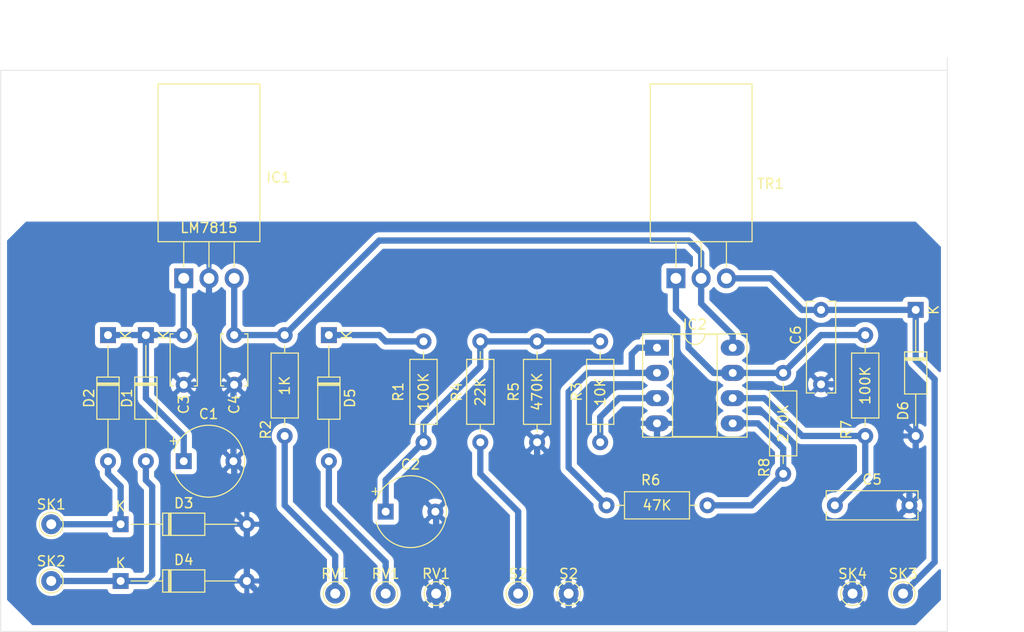
<source format=kicad_pcb>
(kicad_pcb (version 20171130) (host pcbnew "(5.1.10)-1")

  (general
    (thickness 1.6)
    (drawings 6)
    (tracks 115)
    (zones 0)
    (modules 32)
    (nets 14)
  )

  (page A4)
  (layers
    (0 F.Cu signal)
    (31 B.Cu signal)
    (32 B.Adhes user)
    (33 F.Adhes user)
    (34 B.Paste user)
    (35 F.Paste user)
    (36 B.SilkS user)
    (37 F.SilkS user)
    (38 B.Mask user)
    (39 F.Mask user)
    (40 Dwgs.User user)
    (41 Cmts.User user)
    (42 Eco1.User user)
    (43 Eco2.User user)
    (44 Edge.Cuts user)
    (45 Margin user)
    (46 B.CrtYd user)
    (47 F.CrtYd user)
    (48 B.Fab user)
    (49 F.Fab user hide)
  )

  (setup
    (last_trace_width 0.25)
    (trace_clearance 0.2)
    (zone_clearance 0.508)
    (zone_45_only no)
    (trace_min 0.2)
    (via_size 0.8)
    (via_drill 0.4)
    (via_min_size 0.4)
    (via_min_drill 0.3)
    (uvia_size 0.3)
    (uvia_drill 0.1)
    (uvias_allowed no)
    (uvia_min_size 0.2)
    (uvia_min_drill 0.1)
    (edge_width 0.05)
    (segment_width 0.2)
    (pcb_text_width 0.3)
    (pcb_text_size 1.5 1.5)
    (mod_edge_width 0.12)
    (mod_text_size 1 1)
    (mod_text_width 0.15)
    (pad_size 2 2)
    (pad_drill 1)
    (pad_to_mask_clearance 0)
    (aux_axis_origin 0 0)
    (visible_elements FFFFFF7F)
    (pcbplotparams
      (layerselection 0x010fc_ffffffff)
      (usegerberextensions false)
      (usegerberattributes true)
      (usegerberadvancedattributes true)
      (creategerberjobfile true)
      (excludeedgelayer true)
      (linewidth 0.100000)
      (plotframeref false)
      (viasonmask false)
      (mode 1)
      (useauxorigin false)
      (hpglpennumber 1)
      (hpglpenspeed 20)
      (hpglpendiameter 15.000000)
      (psnegative false)
      (psa4output false)
      (plotreference true)
      (plotvalue true)
      (plotinvisibletext false)
      (padsonsilk false)
      (subtractmaskfromsilk false)
      (outputformat 1)
      (mirror false)
      (drillshape 1)
      (scaleselection 1)
      (outputdirectory ""))
  )

  (net 0 "")
  (net 1 "Net-(D1-Pad2)")
  (net 2 "Net-(C1-Pad1)")
  (net 3 "Net-(D2-Pad2)")
  (net 4 GNDREF)
  (net 5 "Net-(D5-Pad1)")
  (net 6 "Net-(C6-Pad1)")
  (net 7 "Net-(C2-Pad1)")
  (net 8 +15V)
  (net 9 "Net-(C5-Pad1)")
  (net 10 "Net-(IC2-Pad7)")
  (net 11 "Net-(IC2-Pad3)")
  (net 12 "Net-(IC2-Pad1)")
  (net 13 "Net-(IC2-Pad5)")

  (net_class Default "This is the default net class."
    (clearance 0.2)
    (trace_width 0.25)
    (via_dia 0.8)
    (via_drill 0.4)
    (uvia_dia 0.3)
    (uvia_drill 0.1)
    (add_net +15V)
    (add_net GNDREF)
    (add_net "Net-(C1-Pad1)")
    (add_net "Net-(C2-Pad1)")
    (add_net "Net-(C5-Pad1)")
    (add_net "Net-(C6-Pad1)")
    (add_net "Net-(D1-Pad2)")
    (add_net "Net-(D2-Pad2)")
    (add_net "Net-(D5-Pad1)")
    (add_net "Net-(D5-Pad2)")
    (add_net "Net-(IC2-Pad1)")
    (add_net "Net-(IC2-Pad3)")
    (add_net "Net-(IC2-Pad5)")
    (add_net "Net-(IC2-Pad7)")
    (add_net "Net-(R2-Pad2)")
    (add_net "Net-(R4-Pad1)")
  )

  (module Capacitor_THT:CP_Radial_Tantal_D7.0mm_P5.00mm (layer F.Cu) (tedit 5AE50EF0) (tstamp 693BCBD8)
    (at 121.285 109.22)
    (descr "CP, Radial_Tantal series, Radial, pin pitch=5.00mm, , diameter=7.0mm, Tantal Electrolytic Capacitor, http://cdn-reichelt.de/documents/datenblatt/B300/TANTAL-TB-Serie%23.pdf")
    (tags "CP Radial_Tantal series Radial pin pitch 5.00mm  diameter 7.0mm Tantal Electrolytic Capacitor")
    (path /693CDF39)
    (fp_text reference C2 (at 2.5 -4.75) (layer F.SilkS)
      (effects (font (size 1 1) (thickness 0.15)))
    )
    (fp_text value 100uF (at 2.5 4.75) (layer F.Fab)
      (effects (font (size 1 1) (thickness 0.15)))
    )
    (fp_text user %R (at 2.5 0) (layer F.Fab)
      (effects (font (size 1 1) (thickness 0.15)))
    )
    (fp_arc (start 2.5 0) (end -0.961329 -1.06) (angle 325.946556) (layer F.SilkS) (width 0.12))
    (fp_circle (center 2.5 0) (end 6 0) (layer F.Fab) (width 0.1))
    (fp_circle (center 2.5 0) (end 6.25 0) (layer F.CrtYd) (width 0.05))
    (fp_line (start -0.495708 -1.5275) (end 0.204292 -1.5275) (layer F.Fab) (width 0.1))
    (fp_line (start -0.145708 -1.8775) (end -0.145708 -1.1775) (layer F.Fab) (width 0.1))
    (fp_line (start -1.374723 -2.035) (end -0.674723 -2.035) (layer F.SilkS) (width 0.12))
    (fp_line (start -1.024723 -2.385) (end -1.024723 -1.685) (layer F.SilkS) (width 0.12))
    (pad 2 thru_hole circle (at 5 0) (size 1.6 1.6) (drill 0.8) (layers *.Cu *.Mask)
      (net 4 GNDREF))
    (pad 1 thru_hole rect (at 0 0) (size 1.6 1.6) (drill 0.8) (layers *.Cu *.Mask)
      (net 7 "Net-(C2-Pad1)"))
    (model ${KISYS3DMOD}/Capacitor_THT.3dshapes/CP_Radial_Tantal_D7.0mm_P5.00mm.wrl
      (at (xyz 0 0 0))
      (scale (xyz 1 1 1))
      (rotate (xyz 0 0 0))
    )
  )

  (module Capacitor_THT:CP_Radial_Tantal_D7.0mm_P5.00mm (layer F.Cu) (tedit 5AE50EF0) (tstamp 693BC2AB)
    (at 100.965 104.14)
    (descr "CP, Radial_Tantal series, Radial, pin pitch=5.00mm, , diameter=7.0mm, Tantal Electrolytic Capacitor, http://cdn-reichelt.de/documents/datenblatt/B300/TANTAL-TB-Serie%23.pdf")
    (tags "CP Radial_Tantal series Radial pin pitch 5.00mm  diameter 7.0mm Tantal Electrolytic Capacitor")
    (path /693B5448)
    (fp_text reference C1 (at 2.5 -4.75) (layer F.SilkS)
      (effects (font (size 1 1) (thickness 0.15)))
    )
    (fp_text value 1000uF (at 2.5 4.75) (layer F.Fab)
      (effects (font (size 1 1) (thickness 0.15)))
    )
    (fp_text user %R (at 2.5 0) (layer F.Fab)
      (effects (font (size 1 1) (thickness 0.15)))
    )
    (fp_arc (start 2.5 0) (end -0.961329 -1.06) (angle 325.946556) (layer F.SilkS) (width 0.12))
    (fp_circle (center 2.5 0) (end 6 0) (layer F.Fab) (width 0.1))
    (fp_circle (center 2.5 0) (end 6.25 0) (layer F.CrtYd) (width 0.05))
    (fp_line (start -0.495708 -1.5275) (end 0.204292 -1.5275) (layer F.Fab) (width 0.1))
    (fp_line (start -0.145708 -1.8775) (end -0.145708 -1.1775) (layer F.Fab) (width 0.1))
    (fp_line (start -1.374723 -2.035) (end -0.674723 -2.035) (layer F.SilkS) (width 0.12))
    (fp_line (start -1.024723 -2.385) (end -1.024723 -1.685) (layer F.SilkS) (width 0.12))
    (pad 2 thru_hole circle (at 5 0) (size 1.6 1.6) (drill 0.8) (layers *.Cu *.Mask)
      (net 4 GNDREF))
    (pad 1 thru_hole rect (at 0 0) (size 1.6 1.6) (drill 0.8) (layers *.Cu *.Mask)
      (net 2 "Net-(C1-Pad1)"))
    (model ${KISYS3DMOD}/Capacitor_THT.3dshapes/CP_Radial_Tantal_D7.0mm_P5.00mm.wrl
      (at (xyz 0 0 0))
      (scale (xyz 1 1 1))
      (rotate (xyz 0 0 0))
    )
  )

  (module Capacitor_THT:C_Rect_L9.0mm_W2.7mm_P7.50mm_MKT (layer F.Cu) (tedit 5AE50EF0) (tstamp 693B9F8B)
    (at 165.1 88.9 270)
    (descr "C, Rect series, Radial, pin pitch=7.50mm, , length*width=9*2.7mm^2, Capacitor, https://en.tdk.eu/inf/20/20/db/fc_2009/MKT_B32560_564.pdf")
    (tags "C Rect series Radial pin pitch 7.50mm  length 9mm width 2.7mm Capacitor")
    (path /693FE764)
    (fp_text reference C6 (at 2.54 2.54 90) (layer F.SilkS)
      (effects (font (size 1 1) (thickness 0.15)))
    )
    (fp_text value 10nF (at 3.75 2.6 90) (layer F.Fab)
      (effects (font (size 1 1) (thickness 0.15)))
    )
    (fp_text user %R (at 3.75 0 90) (layer F.Fab)
      (effects (font (size 1 1) (thickness 0.15)))
    )
    (fp_line (start -0.75 -1.35) (end -0.75 1.35) (layer F.Fab) (width 0.1))
    (fp_line (start -0.75 1.35) (end 8.25 1.35) (layer F.Fab) (width 0.1))
    (fp_line (start 8.25 1.35) (end 8.25 -1.35) (layer F.Fab) (width 0.1))
    (fp_line (start 8.25 -1.35) (end -0.75 -1.35) (layer F.Fab) (width 0.1))
    (fp_line (start -0.87 -1.471) (end 8.37 -1.471) (layer F.SilkS) (width 0.12))
    (fp_line (start -0.87 1.471) (end 8.37 1.471) (layer F.SilkS) (width 0.12))
    (fp_line (start -0.87 -1.471) (end -0.87 -0.665) (layer F.SilkS) (width 0.12))
    (fp_line (start -0.87 0.665) (end -0.87 1.471) (layer F.SilkS) (width 0.12))
    (fp_line (start 8.37 -1.471) (end 8.37 -0.665) (layer F.SilkS) (width 0.12))
    (fp_line (start 8.37 0.665) (end 8.37 1.471) (layer F.SilkS) (width 0.12))
    (fp_line (start -1.05 -1.6) (end -1.05 1.6) (layer F.CrtYd) (width 0.05))
    (fp_line (start -1.05 1.6) (end 8.55 1.6) (layer F.CrtYd) (width 0.05))
    (fp_line (start 8.55 1.6) (end 8.55 -1.6) (layer F.CrtYd) (width 0.05))
    (fp_line (start 8.55 -1.6) (end -1.05 -1.6) (layer F.CrtYd) (width 0.05))
    (pad 2 thru_hole circle (at 7.5 0 270) (size 1.6 1.6) (drill 0.8) (layers *.Cu *.Mask)
      (net 4 GNDREF))
    (pad 1 thru_hole circle (at 0 0 270) (size 1.6 1.6) (drill 0.8) (layers *.Cu *.Mask)
      (net 6 "Net-(C6-Pad1)"))
    (model ${KISYS3DMOD}/Capacitor_THT.3dshapes/C_Rect_L9.0mm_W2.7mm_P7.50mm_MKT.wrl
      (at (xyz 0 0 0))
      (scale (xyz 1 1 1))
      (rotate (xyz 0 0 0))
    )
  )

  (module Capacitor_THT:C_Rect_L9.0mm_W2.7mm_P7.50mm_MKT (layer F.Cu) (tedit 5AE50EF0) (tstamp 693B9F76)
    (at 166.49 108.585)
    (descr "C, Rect series, Radial, pin pitch=7.50mm, , length*width=9*2.7mm^2, Capacitor, https://en.tdk.eu/inf/20/20/db/fc_2009/MKT_B32560_564.pdf")
    (tags "C Rect series Radial pin pitch 7.50mm  length 9mm width 2.7mm Capacitor")
    (path /693EFC41)
    (fp_text reference C5 (at 3.75 -2.6) (layer F.SilkS)
      (effects (font (size 1 1) (thickness 0.15)))
    )
    (fp_text value 22nF (at 3.75 2.6) (layer F.Fab)
      (effects (font (size 1 1) (thickness 0.15)))
    )
    (fp_text user %R (at 3.75 0) (layer F.Fab)
      (effects (font (size 1 1) (thickness 0.15)))
    )
    (fp_line (start -0.75 -1.35) (end -0.75 1.35) (layer F.Fab) (width 0.1))
    (fp_line (start -0.75 1.35) (end 8.25 1.35) (layer F.Fab) (width 0.1))
    (fp_line (start 8.25 1.35) (end 8.25 -1.35) (layer F.Fab) (width 0.1))
    (fp_line (start 8.25 -1.35) (end -0.75 -1.35) (layer F.Fab) (width 0.1))
    (fp_line (start -0.87 -1.471) (end 8.37 -1.471) (layer F.SilkS) (width 0.12))
    (fp_line (start -0.87 1.471) (end 8.37 1.471) (layer F.SilkS) (width 0.12))
    (fp_line (start -0.87 -1.471) (end -0.87 -0.665) (layer F.SilkS) (width 0.12))
    (fp_line (start -0.87 0.665) (end -0.87 1.471) (layer F.SilkS) (width 0.12))
    (fp_line (start 8.37 -1.471) (end 8.37 -0.665) (layer F.SilkS) (width 0.12))
    (fp_line (start 8.37 0.665) (end 8.37 1.471) (layer F.SilkS) (width 0.12))
    (fp_line (start -1.05 -1.6) (end -1.05 1.6) (layer F.CrtYd) (width 0.05))
    (fp_line (start -1.05 1.6) (end 8.55 1.6) (layer F.CrtYd) (width 0.05))
    (fp_line (start 8.55 1.6) (end 8.55 -1.6) (layer F.CrtYd) (width 0.05))
    (fp_line (start 8.55 -1.6) (end -1.05 -1.6) (layer F.CrtYd) (width 0.05))
    (pad 2 thru_hole circle (at 7.5 0) (size 1.6 1.6) (drill 0.8) (layers *.Cu *.Mask)
      (net 4 GNDREF))
    (pad 1 thru_hole circle (at 0 0) (size 1.6 1.6) (drill 0.8) (layers *.Cu *.Mask)
      (net 9 "Net-(C5-Pad1)"))
    (model ${KISYS3DMOD}/Capacitor_THT.3dshapes/C_Rect_L9.0mm_W2.7mm_P7.50mm_MKT.wrl
      (at (xyz 0 0 0))
      (scale (xyz 1 1 1))
      (rotate (xyz 0 0 0))
    )
  )

  (module Capacitor_THT:C_Disc_D5.0mm_W2.5mm_P5.00mm (layer F.Cu) (tedit 5AE50EF0) (tstamp 693B9F61)
    (at 106.045 91.44 270)
    (descr "C, Disc series, Radial, pin pitch=5.00mm, , diameter*width=5*2.5mm^2, Capacitor, http://cdn-reichelt.de/documents/datenblatt/B300/DS_KERKO_TC.pdf")
    (tags "C Disc series Radial pin pitch 5.00mm  diameter 5mm width 2.5mm Capacitor")
    (path /693B6C02)
    (fp_text reference C4 (at 6.985 0 90) (layer F.SilkS)
      (effects (font (size 1 1) (thickness 0.15)))
    )
    (fp_text value 100nF (at 2.5 2.5 90) (layer F.Fab)
      (effects (font (size 1 1) (thickness 0.15)))
    )
    (fp_text user %R (at 2.5 0 90) (layer F.Fab)
      (effects (font (size 1 1) (thickness 0.15)))
    )
    (fp_line (start 0 -1.25) (end 0 1.25) (layer F.Fab) (width 0.1))
    (fp_line (start 0 1.25) (end 5 1.25) (layer F.Fab) (width 0.1))
    (fp_line (start 5 1.25) (end 5 -1.25) (layer F.Fab) (width 0.1))
    (fp_line (start 5 -1.25) (end 0 -1.25) (layer F.Fab) (width 0.1))
    (fp_line (start -0.12 -1.37) (end 5.12 -1.37) (layer F.SilkS) (width 0.12))
    (fp_line (start -0.12 1.37) (end 5.12 1.37) (layer F.SilkS) (width 0.12))
    (fp_line (start -0.12 -1.37) (end -0.12 -1.055) (layer F.SilkS) (width 0.12))
    (fp_line (start -0.12 1.055) (end -0.12 1.37) (layer F.SilkS) (width 0.12))
    (fp_line (start 5.12 -1.37) (end 5.12 -1.055) (layer F.SilkS) (width 0.12))
    (fp_line (start 5.12 1.055) (end 5.12 1.37) (layer F.SilkS) (width 0.12))
    (fp_line (start -1.05 -1.5) (end -1.05 1.5) (layer F.CrtYd) (width 0.05))
    (fp_line (start -1.05 1.5) (end 6.05 1.5) (layer F.CrtYd) (width 0.05))
    (fp_line (start 6.05 1.5) (end 6.05 -1.5) (layer F.CrtYd) (width 0.05))
    (fp_line (start 6.05 -1.5) (end -1.05 -1.5) (layer F.CrtYd) (width 0.05))
    (pad 2 thru_hole circle (at 5 0 270) (size 1.6 1.6) (drill 0.8) (layers *.Cu *.Mask)
      (net 4 GNDREF))
    (pad 1 thru_hole circle (at 0 0 270) (size 1.6 1.6) (drill 0.8) (layers *.Cu *.Mask)
      (net 8 +15V))
    (model ${KISYS3DMOD}/Capacitor_THT.3dshapes/C_Disc_D5.0mm_W2.5mm_P5.00mm.wrl
      (at (xyz 0 0 0))
      (scale (xyz 1 1 1))
      (rotate (xyz 0 0 0))
    )
  )

  (module Capacitor_THT:C_Disc_D5.0mm_W2.5mm_P5.00mm (layer F.Cu) (tedit 5AE50EF0) (tstamp 693B9F4C)
    (at 100.965 91.44 270)
    (descr "C, Disc series, Radial, pin pitch=5.00mm, , diameter*width=5*2.5mm^2, Capacitor, http://cdn-reichelt.de/documents/datenblatt/B300/DS_KERKO_TC.pdf")
    (tags "C Disc series Radial pin pitch 5.00mm  diameter 5mm width 2.5mm Capacitor")
    (path /693B674C)
    (fp_text reference C3 (at 6.985 0 90) (layer F.SilkS)
      (effects (font (size 1 1) (thickness 0.15)))
    )
    (fp_text value 100nF (at 2.5 2.5 90) (layer F.Fab)
      (effects (font (size 1 1) (thickness 0.15)))
    )
    (fp_text user %R (at 2.5 0 90) (layer F.Fab)
      (effects (font (size 1 1) (thickness 0.15)))
    )
    (fp_line (start 0 -1.25) (end 0 1.25) (layer F.Fab) (width 0.1))
    (fp_line (start 0 1.25) (end 5 1.25) (layer F.Fab) (width 0.1))
    (fp_line (start 5 1.25) (end 5 -1.25) (layer F.Fab) (width 0.1))
    (fp_line (start 5 -1.25) (end 0 -1.25) (layer F.Fab) (width 0.1))
    (fp_line (start -0.12 -1.37) (end 5.12 -1.37) (layer F.SilkS) (width 0.12))
    (fp_line (start -0.12 1.37) (end 5.12 1.37) (layer F.SilkS) (width 0.12))
    (fp_line (start -0.12 -1.37) (end -0.12 -1.055) (layer F.SilkS) (width 0.12))
    (fp_line (start -0.12 1.055) (end -0.12 1.37) (layer F.SilkS) (width 0.12))
    (fp_line (start 5.12 -1.37) (end 5.12 -1.055) (layer F.SilkS) (width 0.12))
    (fp_line (start 5.12 1.055) (end 5.12 1.37) (layer F.SilkS) (width 0.12))
    (fp_line (start -1.05 -1.5) (end -1.05 1.5) (layer F.CrtYd) (width 0.05))
    (fp_line (start -1.05 1.5) (end 6.05 1.5) (layer F.CrtYd) (width 0.05))
    (fp_line (start 6.05 1.5) (end 6.05 -1.5) (layer F.CrtYd) (width 0.05))
    (fp_line (start 6.05 -1.5) (end -1.05 -1.5) (layer F.CrtYd) (width 0.05))
    (pad 2 thru_hole circle (at 5 0 270) (size 1.6 1.6) (drill 0.8) (layers *.Cu *.Mask)
      (net 4 GNDREF))
    (pad 1 thru_hole circle (at 0 0 270) (size 1.6 1.6) (drill 0.8) (layers *.Cu *.Mask)
      (net 2 "Net-(C1-Pad1)"))
    (model ${KISYS3DMOD}/Capacitor_THT.3dshapes/C_Disc_D5.0mm_W2.5mm_P5.00mm.wrl
      (at (xyz 0 0 0))
      (scale (xyz 1 1 1))
      (rotate (xyz 0 0 0))
    )
  )

  (module TestPoint:TestPoint_THTPad_D2.0mm_Drill1.0mm (layer F.Cu) (tedit 693B2AFE) (tstamp 693B9A9D)
    (at 116.205 117.475)
    (descr "THT pad as test Point, diameter 2.0mm, hole diameter 1.0mm")
    (tags "test point THT pad")
    (attr virtual)
    (fp_text reference RV1 (at 0 -1.998) (layer F.SilkS)
      (effects (font (size 1 1) (thickness 0.15)))
    )
    (fp_text value TestPoint_THTPad_D2.0mm_Drill1.0mm (at 0 2.05) (layer F.Fab)
      (effects (font (size 1 1) (thickness 0.15)))
    )
    (fp_text user %R (at 0 -2) (layer F.Fab)
      (effects (font (size 1 1) (thickness 0.15)))
    )
    (fp_circle (center 0 0) (end 1.5 0) (layer F.CrtYd) (width 0.05))
    (fp_circle (center 0 0) (end 0 1.2) (layer F.SilkS) (width 0.12))
    (pad 3 thru_hole circle (at 0 0) (size 2 2) (drill 1) (layers *.Cu *.Mask))
  )

  (module TestPoint:TestPoint_THTPad_D2.0mm_Drill1.0mm (layer F.Cu) (tedit 693B2AF6) (tstamp 693B9A8F)
    (at 121.285 117.475)
    (descr "THT pad as test Point, diameter 2.0mm, hole diameter 1.0mm")
    (tags "test point THT pad")
    (attr virtual)
    (fp_text reference RV1 (at 0 -1.998) (layer F.SilkS)
      (effects (font (size 1 1) (thickness 0.15)))
    )
    (fp_text value TestPoint_THTPad_D2.0mm_Drill1.0mm (at 0 2.05) (layer F.Fab)
      (effects (font (size 1 1) (thickness 0.15)))
    )
    (fp_circle (center 0 0) (end 0 1.2) (layer F.SilkS) (width 0.12))
    (fp_circle (center 0 0) (end 1.5 0) (layer F.CrtYd) (width 0.05))
    (fp_text user %R (at 0 -2) (layer F.Fab)
      (effects (font (size 1 1) (thickness 0.15)))
    )
    (pad 2 thru_hole circle (at 0 0) (size 2 2) (drill 1) (layers *.Cu *.Mask))
  )

  (module TestPoint:TestPoint_THTPad_D2.0mm_Drill1.0mm (layer F.Cu) (tedit 693B24AB) (tstamp 693B9A81)
    (at 126.365 117.475)
    (descr "THT pad as test Point, diameter 2.0mm, hole diameter 1.0mm")
    (tags "test point THT pad")
    (attr virtual)
    (fp_text reference RV1 (at 0 -1.998) (layer F.SilkS)
      (effects (font (size 1 1) (thickness 0.15)))
    )
    (fp_text value TestPoint_THTPad_D2.0mm_Drill1.0mm (at 0 2.05) (layer F.Fab)
      (effects (font (size 1 1) (thickness 0.15)))
    )
    (fp_text user %R (at 0 -2) (layer F.Fab)
      (effects (font (size 1 1) (thickness 0.15)))
    )
    (fp_circle (center 0 0) (end 1.5 0) (layer F.CrtYd) (width 0.05))
    (fp_circle (center 0 0) (end 0 1.2) (layer F.SilkS) (width 0.12))
    (pad 1 thru_hole circle (at 0 0) (size 2 2) (drill 1) (layers *.Cu *.Mask)
      (net 4 GNDREF))
  )

  (module TestPoint:TestPoint_THTPad_D2.0mm_Drill1.0mm (layer F.Cu) (tedit 693B2AD8) (tstamp 693B9A73)
    (at 134.62 117.475)
    (descr "THT pad as test Point, diameter 2.0mm, hole diameter 1.0mm")
    (tags "test point THT pad")
    (attr virtual)
    (fp_text reference S2 (at 0 -1.998) (layer F.SilkS)
      (effects (font (size 1 1) (thickness 0.15)))
    )
    (fp_text value TestPoint_THTPad_D2.0mm_Drill1.0mm (at 0 2.05) (layer F.Fab)
      (effects (font (size 1 1) (thickness 0.15)))
    )
    (fp_circle (center 0 0) (end 0 1.2) (layer F.SilkS) (width 0.12))
    (fp_circle (center 0 0) (end 1.5 0) (layer F.CrtYd) (width 0.05))
    (fp_text user %R (at 0 -2) (layer F.Fab)
      (effects (font (size 1 1) (thickness 0.15)))
    )
    (pad 2 thru_hole circle (at 0 0) (size 2 2) (drill 1) (layers *.Cu *.Mask))
  )

  (module TestPoint:TestPoint_THTPad_D2.0mm_Drill1.0mm (layer F.Cu) (tedit 693B2486) (tstamp 693B9A69)
    (at 139.7 117.475)
    (descr "THT pad as test Point, diameter 2.0mm, hole diameter 1.0mm")
    (tags "test point THT pad")
    (attr virtual)
    (fp_text reference S2 (at 0 -1.998) (layer F.SilkS)
      (effects (font (size 1 1) (thickness 0.15)))
    )
    (fp_text value TestPoint_THTPad_D2.0mm_Drill1.0mm (at 0 2.05) (layer F.Fab)
      (effects (font (size 1 1) (thickness 0.15)))
    )
    (fp_text user %R (at 0 -2) (layer F.Fab)
      (effects (font (size 1 1) (thickness 0.15)))
    )
    (fp_circle (center 0 0) (end 1.5 0) (layer F.CrtYd) (width 0.05))
    (fp_circle (center 0 0) (end 0 1.2) (layer F.SilkS) (width 0.12))
    (pad 1 thru_hole circle (at 0 0) (size 2 2) (drill 1) (layers *.Cu *.Mask)
      (net 4 GNDREF))
  )

  (module Package_TO_SOT_THT:TO-220-3_Horizontal_TabDown (layer F.Cu) (tedit 5AC8BA0D) (tstamp 693B3A38)
    (at 150.495 85.725)
    (descr "TO-220-3, Horizontal, RM 2.54mm, see https://www.vishay.com/docs/66542/to-220-1.pdf")
    (tags "TO-220-3 Horizontal RM 2.54mm")
    (path /694019D3)
    (fp_text reference TR1 (at 9.525 -9.525) (layer F.SilkS)
      (effects (font (size 1 1) (thickness 0.15)))
    )
    (fp_text value TIP122 (at 2.54 2) (layer F.Fab)
      (effects (font (size 1 1) (thickness 0.15)))
    )
    (fp_text user %R (at 2.54 -20.58) (layer F.Fab)
      (effects (font (size 1 1) (thickness 0.15)))
    )
    (fp_circle (center 2.54 -16.66) (end 4.39 -16.66) (layer F.Fab) (width 0.1))
    (fp_line (start -2.46 -13.06) (end -2.46 -19.46) (layer F.Fab) (width 0.1))
    (fp_line (start -2.46 -19.46) (end 7.54 -19.46) (layer F.Fab) (width 0.1))
    (fp_line (start 7.54 -19.46) (end 7.54 -13.06) (layer F.Fab) (width 0.1))
    (fp_line (start 7.54 -13.06) (end -2.46 -13.06) (layer F.Fab) (width 0.1))
    (fp_line (start -2.46 -3.81) (end -2.46 -13.06) (layer F.Fab) (width 0.1))
    (fp_line (start -2.46 -13.06) (end 7.54 -13.06) (layer F.Fab) (width 0.1))
    (fp_line (start 7.54 -13.06) (end 7.54 -3.81) (layer F.Fab) (width 0.1))
    (fp_line (start 7.54 -3.81) (end -2.46 -3.81) (layer F.Fab) (width 0.1))
    (fp_line (start 0 -3.81) (end 0 0) (layer F.Fab) (width 0.1))
    (fp_line (start 2.54 -3.81) (end 2.54 0) (layer F.Fab) (width 0.1))
    (fp_line (start 5.08 -3.81) (end 5.08 0) (layer F.Fab) (width 0.1))
    (fp_line (start -2.58 -3.69) (end 7.66 -3.69) (layer F.SilkS) (width 0.12))
    (fp_line (start -2.58 -19.58) (end 7.66 -19.58) (layer F.SilkS) (width 0.12))
    (fp_line (start -2.58 -19.58) (end -2.58 -3.69) (layer F.SilkS) (width 0.12))
    (fp_line (start 7.66 -19.58) (end 7.66 -3.69) (layer F.SilkS) (width 0.12))
    (fp_line (start 0 -3.69) (end 0 -1.15) (layer F.SilkS) (width 0.12))
    (fp_line (start 2.54 -3.69) (end 2.54 -1.15) (layer F.SilkS) (width 0.12))
    (fp_line (start 5.08 -3.69) (end 5.08 -1.15) (layer F.SilkS) (width 0.12))
    (fp_line (start -2.71 -19.71) (end -2.71 1.25) (layer F.CrtYd) (width 0.05))
    (fp_line (start -2.71 1.25) (end 7.79 1.25) (layer F.CrtYd) (width 0.05))
    (fp_line (start 7.79 1.25) (end 7.79 -19.71) (layer F.CrtYd) (width 0.05))
    (fp_line (start 7.79 -19.71) (end -2.71 -19.71) (layer F.CrtYd) (width 0.05))
    (pad 3 thru_hole oval (at 5.08 0) (size 1.905 2) (drill 1.1) (layers *.Cu *.Mask)
      (net 6 "Net-(C6-Pad1)"))
    (pad 2 thru_hole oval (at 2.54 0) (size 1.905 2) (drill 1.1) (layers *.Cu *.Mask)
      (net 8 +15V))
    (pad 1 thru_hole rect (at 0 0) (size 1.905 2) (drill 1.1) (layers *.Cu *.Mask)
      (net 10 "Net-(IC2-Pad7)"))
    (pad "" np_thru_hole oval (at 2.54 -16.66) (size 3.5 3.5) (drill 3.5) (layers *.Cu *.Mask))
    (model ${KISYS3DMOD}/Package_TO_SOT_THT.3dshapes/TO-220-3_Horizontal_TabDown.wrl
      (at (xyz 0 0 0))
      (scale (xyz 1 1 1))
      (rotate (xyz 0 0 0))
    )
  )

  (module Package_DIP:DIP-8_W7.62mm_Socket_LongPads (layer F.Cu) (tedit 5A02E8C5) (tstamp 693BD697)
    (at 148.59 92.71)
    (descr "8-lead though-hole mounted DIP package, row spacing 7.62 mm (300 mils), Socket, LongPads")
    (tags "THT DIP DIL PDIP 2.54mm 7.62mm 300mil Socket LongPads")
    (path /693BED5D)
    (fp_text reference IC2 (at 3.81 -2.33) (layer F.SilkS)
      (effects (font (size 1 1) (thickness 0.15)))
    )
    (fp_text value CA3240E (at 3.81 9.95) (layer F.Fab)
      (effects (font (size 1 1) (thickness 0.15)))
    )
    (fp_text user %R (at 3.81 3.81) (layer F.Fab)
      (effects (font (size 1 1) (thickness 0.15)))
    )
    (fp_arc (start 3.81 -1.33) (end 2.81 -1.33) (angle -180) (layer F.SilkS) (width 0.12))
    (fp_line (start 1.635 -1.27) (end 6.985 -1.27) (layer F.Fab) (width 0.1))
    (fp_line (start 6.985 -1.27) (end 6.985 8.89) (layer F.Fab) (width 0.1))
    (fp_line (start 6.985 8.89) (end 0.635 8.89) (layer F.Fab) (width 0.1))
    (fp_line (start 0.635 8.89) (end 0.635 -0.27) (layer F.Fab) (width 0.1))
    (fp_line (start 0.635 -0.27) (end 1.635 -1.27) (layer F.Fab) (width 0.1))
    (fp_line (start -1.27 -1.33) (end -1.27 8.95) (layer F.Fab) (width 0.1))
    (fp_line (start -1.27 8.95) (end 8.89 8.95) (layer F.Fab) (width 0.1))
    (fp_line (start 8.89 8.95) (end 8.89 -1.33) (layer F.Fab) (width 0.1))
    (fp_line (start 8.89 -1.33) (end -1.27 -1.33) (layer F.Fab) (width 0.1))
    (fp_line (start 2.81 -1.33) (end 1.56 -1.33) (layer F.SilkS) (width 0.12))
    (fp_line (start 1.56 -1.33) (end 1.56 8.95) (layer F.SilkS) (width 0.12))
    (fp_line (start 1.56 8.95) (end 6.06 8.95) (layer F.SilkS) (width 0.12))
    (fp_line (start 6.06 8.95) (end 6.06 -1.33) (layer F.SilkS) (width 0.12))
    (fp_line (start 6.06 -1.33) (end 4.81 -1.33) (layer F.SilkS) (width 0.12))
    (fp_line (start -1.44 -1.39) (end -1.44 9.01) (layer F.SilkS) (width 0.12))
    (fp_line (start -1.44 9.01) (end 9.06 9.01) (layer F.SilkS) (width 0.12))
    (fp_line (start 9.06 9.01) (end 9.06 -1.39) (layer F.SilkS) (width 0.12))
    (fp_line (start 9.06 -1.39) (end -1.44 -1.39) (layer F.SilkS) (width 0.12))
    (fp_line (start -1.55 -1.6) (end -1.55 9.2) (layer F.CrtYd) (width 0.05))
    (fp_line (start -1.55 9.2) (end 9.15 9.2) (layer F.CrtYd) (width 0.05))
    (fp_line (start 9.15 9.2) (end 9.15 -1.6) (layer F.CrtYd) (width 0.05))
    (fp_line (start 9.15 -1.6) (end -1.55 -1.6) (layer F.CrtYd) (width 0.05))
    (pad 8 thru_hole oval (at 7.62 0) (size 2.4 1.6) (drill 0.8) (layers *.Cu *.Mask)
      (net 8 +15V))
    (pad 4 thru_hole oval (at 0 7.62) (size 2.4 1.6) (drill 0.8) (layers *.Cu *.Mask)
      (net 4 GNDREF))
    (pad 7 thru_hole oval (at 7.62 2.54) (size 2.4 1.6) (drill 0.8) (layers *.Cu *.Mask)
      (net 10 "Net-(IC2-Pad7)"))
    (pad 3 thru_hole oval (at 0 5.08) (size 2.4 1.6) (drill 0.8) (layers *.Cu *.Mask)
      (net 11 "Net-(IC2-Pad3)"))
    (pad 6 thru_hole oval (at 7.62 5.08) (size 2.4 1.6) (drill 0.8) (layers *.Cu *.Mask)
      (net 9 "Net-(C5-Pad1)"))
    (pad 2 thru_hole oval (at 0 2.54) (size 2.4 1.6) (drill 0.8) (layers *.Cu *.Mask)
      (net 12 "Net-(IC2-Pad1)"))
    (pad 5 thru_hole oval (at 7.62 7.62) (size 2.4 1.6) (drill 0.8) (layers *.Cu *.Mask)
      (net 13 "Net-(IC2-Pad5)"))
    (pad 1 thru_hole rect (at 0 0) (size 2.4 1.6) (drill 0.8) (layers *.Cu *.Mask)
      (net 12 "Net-(IC2-Pad1)"))
    (model ${KISYS3DMOD}/Package_DIP.3dshapes/DIP-8_W7.62mm_Socket.wrl
      (at (xyz 0 0 0))
      (scale (xyz 1 1 1))
      (rotate (xyz 0 0 0))
    )
  )

  (module Package_TO_SOT_THT:TO-220-3_Horizontal_TabDown (layer F.Cu) (tedit 5AC8BA0D) (tstamp 693B2F0B)
    (at 100.965 85.725)
    (descr "TO-220-3, Horizontal, RM 2.54mm, see https://www.vishay.com/docs/66542/to-220-1.pdf")
    (tags "TO-220-3 Horizontal RM 2.54mm")
    (path /693B7189)
    (fp_text reference IC1 (at 9.525 -10.16) (layer F.SilkS)
      (effects (font (size 1 1) (thickness 0.15)))
    )
    (fp_text value LM7815 (at 2.54 -5.08) (layer F.SilkS)
      (effects (font (size 1 1) (thickness 0.15)))
    )
    (fp_text user %R (at 2.54 -20.58) (layer F.Fab)
      (effects (font (size 1 1) (thickness 0.15)))
    )
    (fp_circle (center 2.54 -16.66) (end 4.39 -16.66) (layer F.Fab) (width 0.1))
    (fp_line (start -2.46 -13.06) (end -2.46 -19.46) (layer F.Fab) (width 0.1))
    (fp_line (start -2.46 -19.46) (end 7.54 -19.46) (layer F.Fab) (width 0.1))
    (fp_line (start 7.54 -19.46) (end 7.54 -13.06) (layer F.Fab) (width 0.1))
    (fp_line (start 7.54 -13.06) (end -2.46 -13.06) (layer F.Fab) (width 0.1))
    (fp_line (start -2.46 -3.81) (end -2.46 -13.06) (layer F.Fab) (width 0.1))
    (fp_line (start -2.46 -13.06) (end 7.54 -13.06) (layer F.Fab) (width 0.1))
    (fp_line (start 7.54 -13.06) (end 7.54 -3.81) (layer F.Fab) (width 0.1))
    (fp_line (start 7.54 -3.81) (end -2.46 -3.81) (layer F.Fab) (width 0.1))
    (fp_line (start 0 -3.81) (end 0 0) (layer F.Fab) (width 0.1))
    (fp_line (start 2.54 -3.81) (end 2.54 0) (layer F.Fab) (width 0.1))
    (fp_line (start 5.08 -3.81) (end 5.08 0) (layer F.Fab) (width 0.1))
    (fp_line (start -2.58 -3.69) (end 7.66 -3.69) (layer F.SilkS) (width 0.12))
    (fp_line (start -2.58 -19.58) (end 7.66 -19.58) (layer F.SilkS) (width 0.12))
    (fp_line (start -2.58 -19.58) (end -2.58 -3.69) (layer F.SilkS) (width 0.12))
    (fp_line (start 7.66 -19.58) (end 7.66 -3.69) (layer F.SilkS) (width 0.12))
    (fp_line (start 0 -3.69) (end 0 -1.15) (layer F.SilkS) (width 0.12))
    (fp_line (start 2.54 -3.69) (end 2.54 -1.15) (layer F.SilkS) (width 0.12))
    (fp_line (start 5.08 -3.69) (end 5.08 -1.15) (layer F.SilkS) (width 0.12))
    (fp_line (start -2.71 -19.71) (end -2.71 1.25) (layer F.CrtYd) (width 0.05))
    (fp_line (start -2.71 1.25) (end 7.79 1.25) (layer F.CrtYd) (width 0.05))
    (fp_line (start 7.79 1.25) (end 7.79 -19.71) (layer F.CrtYd) (width 0.05))
    (fp_line (start 7.79 -19.71) (end -2.71 -19.71) (layer F.CrtYd) (width 0.05))
    (pad 3 thru_hole oval (at 5.08 0) (size 1.905 2) (drill 1.1) (layers *.Cu *.Mask)
      (net 8 +15V))
    (pad 2 thru_hole oval (at 2.54 0) (size 1.905 2) (drill 1.1) (layers *.Cu *.Mask)
      (net 4 GNDREF))
    (pad 1 thru_hole rect (at 0 0) (size 1.905 2) (drill 1.1) (layers *.Cu *.Mask)
      (net 2 "Net-(C1-Pad1)"))
    (pad "" np_thru_hole oval (at 2.54 -16.66) (size 3.5 3.5) (drill 3.5) (layers *.Cu *.Mask))
    (model ${KISYS3DMOD}/Package_TO_SOT_THT.3dshapes/TO-220-3_Horizontal_TabDown.wrl
      (at (xyz 0 0 0))
      (scale (xyz 1 1 1))
      (rotate (xyz 0 0 0))
    )
  )

  (module TestPoint:TestPoint_THTPad_D2.0mm_Drill1.0mm (layer F.Cu) (tedit 5A0F774F) (tstamp 693B430A)
    (at 168.275 117.475)
    (descr "THT pad as test Point, diameter 2.0mm, hole diameter 1.0mm")
    (tags "test point THT pad")
    (path /694101FE)
    (attr virtual)
    (fp_text reference SK4 (at 0 -1.998) (layer F.SilkS)
      (effects (font (size 1 1) (thickness 0.15)))
    )
    (fp_text value ~ (at 0 2.05) (layer F.Fab)
      (effects (font (size 1 1) (thickness 0.15)))
    )
    (fp_text user %R (at 0 -2) (layer F.Fab)
      (effects (font (size 1 1) (thickness 0.15)))
    )
    (fp_circle (center 0 0) (end 1.5 0) (layer F.CrtYd) (width 0.05))
    (fp_circle (center 0 0) (end 0 1.2) (layer F.SilkS) (width 0.12))
    (pad 1 thru_hole circle (at 0 0) (size 2 2) (drill 1) (layers *.Cu *.Mask)
      (net 4 GNDREF))
  )

  (module TestPoint:TestPoint_THTPad_D2.0mm_Drill1.0mm (layer F.Cu) (tedit 5A0F774F) (tstamp 693B2EE3)
    (at 173.355 117.475)
    (descr "THT pad as test Point, diameter 2.0mm, hole diameter 1.0mm")
    (tags "test point THT pad")
    (path /6940F073)
    (attr virtual)
    (fp_text reference SK3 (at 0 -1.998) (layer F.SilkS)
      (effects (font (size 1 1) (thickness 0.15)))
    )
    (fp_text value ~ (at 0 2.05) (layer F.Fab)
      (effects (font (size 1 1) (thickness 0.15)))
    )
    (fp_text user %R (at 0 -2) (layer F.Fab)
      (effects (font (size 1 1) (thickness 0.15)))
    )
    (fp_circle (center 0 0) (end 1.5 0) (layer F.CrtYd) (width 0.05))
    (fp_circle (center 0 0) (end 0 1.2) (layer F.SilkS) (width 0.12))
    (pad 1 thru_hole circle (at 0 0) (size 2 2) (drill 1) (layers *.Cu *.Mask)
      (net 6 "Net-(C6-Pad1)"))
  )

  (module TestPoint:TestPoint_THTPad_D2.0mm_Drill1.0mm (layer F.Cu) (tedit 5A0F774F) (tstamp 693B2EDB)
    (at 87.63 116.205)
    (descr "THT pad as test Point, diameter 2.0mm, hole diameter 1.0mm")
    (tags "test point THT pad")
    (path /693B1FC9)
    (attr virtual)
    (fp_text reference SK2 (at 0 -1.998) (layer F.SilkS)
      (effects (font (size 1 1) (thickness 0.15)))
    )
    (fp_text value ~ (at 0 2.05) (layer F.Fab)
      (effects (font (size 1 1) (thickness 0.15)))
    )
    (fp_text user %R (at 0 -2) (layer F.Fab)
      (effects (font (size 1 1) (thickness 0.15)))
    )
    (fp_circle (center 0 0) (end 1.5 0) (layer F.CrtYd) (width 0.05))
    (fp_circle (center 0 0) (end 0 1.2) (layer F.SilkS) (width 0.12))
    (pad 1 thru_hole circle (at 0 0) (size 2 2) (drill 1) (layers *.Cu *.Mask)
      (net 1 "Net-(D1-Pad2)"))
  )

  (module TestPoint:TestPoint_THTPad_D2.0mm_Drill1.0mm (layer F.Cu) (tedit 5A0F774F) (tstamp 693B2ED3)
    (at 87.63 110.49)
    (descr "THT pad as test Point, diameter 2.0mm, hole diameter 1.0mm")
    (tags "test point THT pad")
    (path /693B1894)
    (attr virtual)
    (fp_text reference SK1 (at 0 -1.998) (layer F.SilkS)
      (effects (font (size 1 1) (thickness 0.15)))
    )
    (fp_text value ~ (at 0 2.05) (layer F.Fab)
      (effects (font (size 1 1) (thickness 0.15)))
    )
    (fp_text user %R (at 0 -2) (layer F.Fab)
      (effects (font (size 1 1) (thickness 0.15)))
    )
    (fp_circle (center 0 0) (end 1.5 0) (layer F.CrtYd) (width 0.05))
    (fp_circle (center 0 0) (end 0 1.2) (layer F.SilkS) (width 0.12))
    (pad 1 thru_hole circle (at 0 0) (size 2 2) (drill 1) (layers *.Cu *.Mask)
      (net 3 "Net-(D2-Pad2)"))
  )

  (module Resistor_THT:R_Axial_DIN0207_L6.3mm_D2.5mm_P10.16mm_Horizontal (layer F.Cu) (tedit 5AE5139B) (tstamp 693B2ECB)
    (at 161.29 95.25 270)
    (descr "Resistor, Axial_DIN0207 series, Axial, Horizontal, pin pitch=10.16mm, 0.25W = 1/4W, length*diameter=6.3*2.5mm^2, http://cdn-reichelt.de/documents/datenblatt/B400/1_4W%23YAG.pdf")
    (tags "Resistor Axial_DIN0207 series Axial Horizontal pin pitch 10.16mm 0.25W = 1/4W length 6.3mm diameter 2.5mm")
    (path /693EF37D)
    (fp_text reference R8 (at 9.525 1.905 90) (layer F.SilkS)
      (effects (font (size 1 1) (thickness 0.15)))
    )
    (fp_text value 270K (at 5.08 0 90) (layer F.SilkS)
      (effects (font (size 1 1) (thickness 0.15)))
    )
    (fp_text user %R (at 5.08 0 90) (layer F.Fab)
      (effects (font (size 1 1) (thickness 0.15)))
    )
    (fp_line (start 1.93 -1.25) (end 1.93 1.25) (layer F.Fab) (width 0.1))
    (fp_line (start 1.93 1.25) (end 8.23 1.25) (layer F.Fab) (width 0.1))
    (fp_line (start 8.23 1.25) (end 8.23 -1.25) (layer F.Fab) (width 0.1))
    (fp_line (start 8.23 -1.25) (end 1.93 -1.25) (layer F.Fab) (width 0.1))
    (fp_line (start 0 0) (end 1.93 0) (layer F.Fab) (width 0.1))
    (fp_line (start 10.16 0) (end 8.23 0) (layer F.Fab) (width 0.1))
    (fp_line (start 1.81 -1.37) (end 1.81 1.37) (layer F.SilkS) (width 0.12))
    (fp_line (start 1.81 1.37) (end 8.35 1.37) (layer F.SilkS) (width 0.12))
    (fp_line (start 8.35 1.37) (end 8.35 -1.37) (layer F.SilkS) (width 0.12))
    (fp_line (start 8.35 -1.37) (end 1.81 -1.37) (layer F.SilkS) (width 0.12))
    (fp_line (start 1.04 0) (end 1.81 0) (layer F.SilkS) (width 0.12))
    (fp_line (start 9.12 0) (end 8.35 0) (layer F.SilkS) (width 0.12))
    (fp_line (start -1.05 -1.5) (end -1.05 1.5) (layer F.CrtYd) (width 0.05))
    (fp_line (start -1.05 1.5) (end 11.21 1.5) (layer F.CrtYd) (width 0.05))
    (fp_line (start 11.21 1.5) (end 11.21 -1.5) (layer F.CrtYd) (width 0.05))
    (fp_line (start 11.21 -1.5) (end -1.05 -1.5) (layer F.CrtYd) (width 0.05))
    (pad 2 thru_hole oval (at 10.16 0 270) (size 1.6 1.6) (drill 0.8) (layers *.Cu *.Mask)
      (net 13 "Net-(IC2-Pad5)"))
    (pad 1 thru_hole circle (at 0 0 270) (size 1.6 1.6) (drill 0.8) (layers *.Cu *.Mask)
      (net 10 "Net-(IC2-Pad7)"))
    (model ${KISYS3DMOD}/Resistor_THT.3dshapes/R_Axial_DIN0207_L6.3mm_D2.5mm_P10.16mm_Horizontal.wrl
      (at (xyz 0 0 0))
      (scale (xyz 1 1 1))
      (rotate (xyz 0 0 0))
    )
  )

  (module Resistor_THT:R_Axial_DIN0207_L6.3mm_D2.5mm_P10.16mm_Horizontal (layer F.Cu) (tedit 5AE5139B) (tstamp 693BDC53)
    (at 169.545 91.44 270)
    (descr "Resistor, Axial_DIN0207 series, Axial, Horizontal, pin pitch=10.16mm, 0.25W = 1/4W, length*diameter=6.3*2.5mm^2, http://cdn-reichelt.de/documents/datenblatt/B400/1_4W%23YAG.pdf")
    (tags "Resistor Axial_DIN0207 series Axial Horizontal pin pitch 10.16mm 0.25W = 1/4W length 6.3mm diameter 2.5mm")
    (path /693EF6A7)
    (fp_text reference R7 (at 9.525 1.905 90) (layer F.SilkS)
      (effects (font (size 1 1) (thickness 0.15)))
    )
    (fp_text value 100K (at 5.08 0 90) (layer F.SilkS)
      (effects (font (size 1 1) (thickness 0.15)))
    )
    (fp_text user %R (at 5.08 0 90) (layer F.Fab)
      (effects (font (size 1 1) (thickness 0.15)))
    )
    (fp_line (start 1.93 -1.25) (end 1.93 1.25) (layer F.Fab) (width 0.1))
    (fp_line (start 1.93 1.25) (end 8.23 1.25) (layer F.Fab) (width 0.1))
    (fp_line (start 8.23 1.25) (end 8.23 -1.25) (layer F.Fab) (width 0.1))
    (fp_line (start 8.23 -1.25) (end 1.93 -1.25) (layer F.Fab) (width 0.1))
    (fp_line (start 0 0) (end 1.93 0) (layer F.Fab) (width 0.1))
    (fp_line (start 10.16 0) (end 8.23 0) (layer F.Fab) (width 0.1))
    (fp_line (start 1.81 -1.37) (end 1.81 1.37) (layer F.SilkS) (width 0.12))
    (fp_line (start 1.81 1.37) (end 8.35 1.37) (layer F.SilkS) (width 0.12))
    (fp_line (start 8.35 1.37) (end 8.35 -1.37) (layer F.SilkS) (width 0.12))
    (fp_line (start 8.35 -1.37) (end 1.81 -1.37) (layer F.SilkS) (width 0.12))
    (fp_line (start 1.04 0) (end 1.81 0) (layer F.SilkS) (width 0.12))
    (fp_line (start 9.12 0) (end 8.35 0) (layer F.SilkS) (width 0.12))
    (fp_line (start -1.05 -1.5) (end -1.05 1.5) (layer F.CrtYd) (width 0.05))
    (fp_line (start -1.05 1.5) (end 11.21 1.5) (layer F.CrtYd) (width 0.05))
    (fp_line (start 11.21 1.5) (end 11.21 -1.5) (layer F.CrtYd) (width 0.05))
    (fp_line (start 11.21 -1.5) (end -1.05 -1.5) (layer F.CrtYd) (width 0.05))
    (pad 2 thru_hole oval (at 10.16 0 270) (size 1.6 1.6) (drill 0.8) (layers *.Cu *.Mask)
      (net 9 "Net-(C5-Pad1)"))
    (pad 1 thru_hole circle (at 0 0 270) (size 1.6 1.6) (drill 0.8) (layers *.Cu *.Mask)
      (net 10 "Net-(IC2-Pad7)"))
    (model ${KISYS3DMOD}/Resistor_THT.3dshapes/R_Axial_DIN0207_L6.3mm_D2.5mm_P10.16mm_Horizontal.wrl
      (at (xyz 0 0 0))
      (scale (xyz 1 1 1))
      (rotate (xyz 0 0 0))
    )
  )

  (module Resistor_THT:R_Axial_DIN0207_L6.3mm_D2.5mm_P10.16mm_Horizontal (layer F.Cu) (tedit 5AE5139B) (tstamp 693BD6F3)
    (at 153.67 108.585 180)
    (descr "Resistor, Axial_DIN0207 series, Axial, Horizontal, pin pitch=10.16mm, 0.25W = 1/4W, length*diameter=6.3*2.5mm^2, http://cdn-reichelt.de/documents/datenblatt/B400/1_4W%23YAG.pdf")
    (tags "Resistor Axial_DIN0207 series Axial Horizontal pin pitch 10.16mm 0.25W = 1/4W length 6.3mm diameter 2.5mm")
    (path /693E9894)
    (fp_text reference R6 (at 5.715 2.54) (layer F.SilkS)
      (effects (font (size 1 1) (thickness 0.15)))
    )
    (fp_text value 47K (at 5.08 0) (layer F.SilkS)
      (effects (font (size 1 1) (thickness 0.15)))
    )
    (fp_text user %R (at 5.08 0) (layer F.Fab)
      (effects (font (size 1 1) (thickness 0.15)))
    )
    (fp_line (start 1.93 -1.25) (end 1.93 1.25) (layer F.Fab) (width 0.1))
    (fp_line (start 1.93 1.25) (end 8.23 1.25) (layer F.Fab) (width 0.1))
    (fp_line (start 8.23 1.25) (end 8.23 -1.25) (layer F.Fab) (width 0.1))
    (fp_line (start 8.23 -1.25) (end 1.93 -1.25) (layer F.Fab) (width 0.1))
    (fp_line (start 0 0) (end 1.93 0) (layer F.Fab) (width 0.1))
    (fp_line (start 10.16 0) (end 8.23 0) (layer F.Fab) (width 0.1))
    (fp_line (start 1.81 -1.37) (end 1.81 1.37) (layer F.SilkS) (width 0.12))
    (fp_line (start 1.81 1.37) (end 8.35 1.37) (layer F.SilkS) (width 0.12))
    (fp_line (start 8.35 1.37) (end 8.35 -1.37) (layer F.SilkS) (width 0.12))
    (fp_line (start 8.35 -1.37) (end 1.81 -1.37) (layer F.SilkS) (width 0.12))
    (fp_line (start 1.04 0) (end 1.81 0) (layer F.SilkS) (width 0.12))
    (fp_line (start 9.12 0) (end 8.35 0) (layer F.SilkS) (width 0.12))
    (fp_line (start -1.05 -1.5) (end -1.05 1.5) (layer F.CrtYd) (width 0.05))
    (fp_line (start -1.05 1.5) (end 11.21 1.5) (layer F.CrtYd) (width 0.05))
    (fp_line (start 11.21 1.5) (end 11.21 -1.5) (layer F.CrtYd) (width 0.05))
    (fp_line (start 11.21 -1.5) (end -1.05 -1.5) (layer F.CrtYd) (width 0.05))
    (pad 2 thru_hole oval (at 10.16 0 180) (size 1.6 1.6) (drill 0.8) (layers *.Cu *.Mask)
      (net 12 "Net-(IC2-Pad1)"))
    (pad 1 thru_hole circle (at 0 0 180) (size 1.6 1.6) (drill 0.8) (layers *.Cu *.Mask)
      (net 13 "Net-(IC2-Pad5)"))
    (model ${KISYS3DMOD}/Resistor_THT.3dshapes/R_Axial_DIN0207_L6.3mm_D2.5mm_P10.16mm_Horizontal.wrl
      (at (xyz 0 0 0))
      (scale (xyz 1 1 1))
      (rotate (xyz 0 0 0))
    )
  )

  (module Resistor_THT:R_Axial_DIN0207_L6.3mm_D2.5mm_P10.16mm_Horizontal (layer F.Cu) (tedit 5AE5139B) (tstamp 693BD544)
    (at 136.525 102.235 90)
    (descr "Resistor, Axial_DIN0207 series, Axial, Horizontal, pin pitch=10.16mm, 0.25W = 1/4W, length*diameter=6.3*2.5mm^2, http://cdn-reichelt.de/documents/datenblatt/B400/1_4W%23YAG.pdf")
    (tags "Resistor Axial_DIN0207 series Axial Horizontal pin pitch 10.16mm 0.25W = 1/4W length 6.3mm diameter 2.5mm")
    (path /693D21A2)
    (fp_text reference R5 (at 5.08 -2.37 90) (layer F.SilkS)
      (effects (font (size 1 1) (thickness 0.15)))
    )
    (fp_text value 470K (at 5.08 0 90) (layer F.SilkS)
      (effects (font (size 1 1) (thickness 0.15)))
    )
    (fp_text user %R (at 5.08 0 90) (layer F.Fab)
      (effects (font (size 1 1) (thickness 0.15)))
    )
    (fp_line (start 1.93 -1.25) (end 1.93 1.25) (layer F.Fab) (width 0.1))
    (fp_line (start 1.93 1.25) (end 8.23 1.25) (layer F.Fab) (width 0.1))
    (fp_line (start 8.23 1.25) (end 8.23 -1.25) (layer F.Fab) (width 0.1))
    (fp_line (start 8.23 -1.25) (end 1.93 -1.25) (layer F.Fab) (width 0.1))
    (fp_line (start 0 0) (end 1.93 0) (layer F.Fab) (width 0.1))
    (fp_line (start 10.16 0) (end 8.23 0) (layer F.Fab) (width 0.1))
    (fp_line (start 1.81 -1.37) (end 1.81 1.37) (layer F.SilkS) (width 0.12))
    (fp_line (start 1.81 1.37) (end 8.35 1.37) (layer F.SilkS) (width 0.12))
    (fp_line (start 8.35 1.37) (end 8.35 -1.37) (layer F.SilkS) (width 0.12))
    (fp_line (start 8.35 -1.37) (end 1.81 -1.37) (layer F.SilkS) (width 0.12))
    (fp_line (start 1.04 0) (end 1.81 0) (layer F.SilkS) (width 0.12))
    (fp_line (start 9.12 0) (end 8.35 0) (layer F.SilkS) (width 0.12))
    (fp_line (start -1.05 -1.5) (end -1.05 1.5) (layer F.CrtYd) (width 0.05))
    (fp_line (start -1.05 1.5) (end 11.21 1.5) (layer F.CrtYd) (width 0.05))
    (fp_line (start 11.21 1.5) (end 11.21 -1.5) (layer F.CrtYd) (width 0.05))
    (fp_line (start 11.21 -1.5) (end -1.05 -1.5) (layer F.CrtYd) (width 0.05))
    (pad 2 thru_hole oval (at 10.16 0 90) (size 1.6 1.6) (drill 0.8) (layers *.Cu *.Mask)
      (net 7 "Net-(C2-Pad1)"))
    (pad 1 thru_hole circle (at 0 0 90) (size 1.6 1.6) (drill 0.8) (layers *.Cu *.Mask)
      (net 4 GNDREF))
    (model ${KISYS3DMOD}/Resistor_THT.3dshapes/R_Axial_DIN0207_L6.3mm_D2.5mm_P10.16mm_Horizontal.wrl
      (at (xyz 0 0 0))
      (scale (xyz 1 1 1))
      (rotate (xyz 0 0 0))
    )
  )

  (module Resistor_THT:R_Axial_DIN0207_L6.3mm_D2.5mm_P10.16mm_Horizontal (layer F.Cu) (tedit 5AE5139B) (tstamp 693BBD59)
    (at 130.81 102.235 90)
    (descr "Resistor, Axial_DIN0207 series, Axial, Horizontal, pin pitch=10.16mm, 0.25W = 1/4W, length*diameter=6.3*2.5mm^2, http://cdn-reichelt.de/documents/datenblatt/B400/1_4W%23YAG.pdf")
    (tags "Resistor Axial_DIN0207 series Axial Horizontal pin pitch 10.16mm 0.25W = 1/4W length 6.3mm diameter 2.5mm")
    (path /693D2454)
    (fp_text reference R4 (at 5.08 -2.37 90) (layer F.SilkS)
      (effects (font (size 1 1) (thickness 0.15)))
    )
    (fp_text value 22K (at 5.08 0 90) (layer F.SilkS)
      (effects (font (size 1 1) (thickness 0.15)))
    )
    (fp_text user %R (at 5.08 0 90) (layer F.Fab)
      (effects (font (size 1 1) (thickness 0.15)))
    )
    (fp_line (start 1.93 -1.25) (end 1.93 1.25) (layer F.Fab) (width 0.1))
    (fp_line (start 1.93 1.25) (end 8.23 1.25) (layer F.Fab) (width 0.1))
    (fp_line (start 8.23 1.25) (end 8.23 -1.25) (layer F.Fab) (width 0.1))
    (fp_line (start 8.23 -1.25) (end 1.93 -1.25) (layer F.Fab) (width 0.1))
    (fp_line (start 0 0) (end 1.93 0) (layer F.Fab) (width 0.1))
    (fp_line (start 10.16 0) (end 8.23 0) (layer F.Fab) (width 0.1))
    (fp_line (start 1.81 -1.37) (end 1.81 1.37) (layer F.SilkS) (width 0.12))
    (fp_line (start 1.81 1.37) (end 8.35 1.37) (layer F.SilkS) (width 0.12))
    (fp_line (start 8.35 1.37) (end 8.35 -1.37) (layer F.SilkS) (width 0.12))
    (fp_line (start 8.35 -1.37) (end 1.81 -1.37) (layer F.SilkS) (width 0.12))
    (fp_line (start 1.04 0) (end 1.81 0) (layer F.SilkS) (width 0.12))
    (fp_line (start 9.12 0) (end 8.35 0) (layer F.SilkS) (width 0.12))
    (fp_line (start -1.05 -1.5) (end -1.05 1.5) (layer F.CrtYd) (width 0.05))
    (fp_line (start -1.05 1.5) (end 11.21 1.5) (layer F.CrtYd) (width 0.05))
    (fp_line (start 11.21 1.5) (end 11.21 -1.5) (layer F.CrtYd) (width 0.05))
    (fp_line (start 11.21 -1.5) (end -1.05 -1.5) (layer F.CrtYd) (width 0.05))
    (pad 2 thru_hole oval (at 10.16 0 90) (size 1.6 1.6) (drill 0.8) (layers *.Cu *.Mask)
      (net 7 "Net-(C2-Pad1)"))
    (pad 1 thru_hole circle (at 0 0 90) (size 1.6 1.6) (drill 0.8) (layers *.Cu *.Mask))
    (model ${KISYS3DMOD}/Resistor_THT.3dshapes/R_Axial_DIN0207_L6.3mm_D2.5mm_P10.16mm_Horizontal.wrl
      (at (xyz 0 0 0))
      (scale (xyz 1 1 1))
      (rotate (xyz 0 0 0))
    )
  )

  (module Resistor_THT:R_Axial_DIN0207_L6.3mm_D2.5mm_P10.16mm_Horizontal (layer F.Cu) (tedit 5AE5139B) (tstamp 693BDAE4)
    (at 142.875 102.235 90)
    (descr "Resistor, Axial_DIN0207 series, Axial, Horizontal, pin pitch=10.16mm, 0.25W = 1/4W, length*diameter=6.3*2.5mm^2, http://cdn-reichelt.de/documents/datenblatt/B400/1_4W%23YAG.pdf")
    (tags "Resistor Axial_DIN0207 series Axial Horizontal pin pitch 10.16mm 0.25W = 1/4W length 6.3mm diameter 2.5mm")
    (path /693D27C3)
    (fp_text reference R3 (at 5.08 -2.37 90) (layer F.SilkS)
      (effects (font (size 1 1) (thickness 0.15)))
    )
    (fp_text value 10K (at 5.08 0 90) (layer F.SilkS)
      (effects (font (size 1 1) (thickness 0.15)))
    )
    (fp_text user %R (at 5.08 0 90) (layer F.Fab)
      (effects (font (size 1 1) (thickness 0.15)))
    )
    (fp_line (start 1.93 -1.25) (end 1.93 1.25) (layer F.Fab) (width 0.1))
    (fp_line (start 1.93 1.25) (end 8.23 1.25) (layer F.Fab) (width 0.1))
    (fp_line (start 8.23 1.25) (end 8.23 -1.25) (layer F.Fab) (width 0.1))
    (fp_line (start 8.23 -1.25) (end 1.93 -1.25) (layer F.Fab) (width 0.1))
    (fp_line (start 0 0) (end 1.93 0) (layer F.Fab) (width 0.1))
    (fp_line (start 10.16 0) (end 8.23 0) (layer F.Fab) (width 0.1))
    (fp_line (start 1.81 -1.37) (end 1.81 1.37) (layer F.SilkS) (width 0.12))
    (fp_line (start 1.81 1.37) (end 8.35 1.37) (layer F.SilkS) (width 0.12))
    (fp_line (start 8.35 1.37) (end 8.35 -1.37) (layer F.SilkS) (width 0.12))
    (fp_line (start 8.35 -1.37) (end 1.81 -1.37) (layer F.SilkS) (width 0.12))
    (fp_line (start 1.04 0) (end 1.81 0) (layer F.SilkS) (width 0.12))
    (fp_line (start 9.12 0) (end 8.35 0) (layer F.SilkS) (width 0.12))
    (fp_line (start -1.05 -1.5) (end -1.05 1.5) (layer F.CrtYd) (width 0.05))
    (fp_line (start -1.05 1.5) (end 11.21 1.5) (layer F.CrtYd) (width 0.05))
    (fp_line (start 11.21 1.5) (end 11.21 -1.5) (layer F.CrtYd) (width 0.05))
    (fp_line (start 11.21 -1.5) (end -1.05 -1.5) (layer F.CrtYd) (width 0.05))
    (pad 2 thru_hole oval (at 10.16 0 90) (size 1.6 1.6) (drill 0.8) (layers *.Cu *.Mask)
      (net 7 "Net-(C2-Pad1)"))
    (pad 1 thru_hole circle (at 0 0 90) (size 1.6 1.6) (drill 0.8) (layers *.Cu *.Mask)
      (net 11 "Net-(IC2-Pad3)"))
    (model ${KISYS3DMOD}/Resistor_THT.3dshapes/R_Axial_DIN0207_L6.3mm_D2.5mm_P10.16mm_Horizontal.wrl
      (at (xyz 0 0 0))
      (scale (xyz 1 1 1))
      (rotate (xyz 0 0 0))
    )
  )

  (module Resistor_THT:R_Axial_DIN0207_L6.3mm_D2.5mm_P10.16mm_Horizontal (layer F.Cu) (tedit 5AE5139B) (tstamp 693BD957)
    (at 111.125 91.44 270)
    (descr "Resistor, Axial_DIN0207 series, Axial, Horizontal, pin pitch=10.16mm, 0.25W = 1/4W, length*diameter=6.3*2.5mm^2, http://cdn-reichelt.de/documents/datenblatt/B400/1_4W%23YAG.pdf")
    (tags "Resistor Axial_DIN0207 series Axial Horizontal pin pitch 10.16mm 0.25W = 1/4W length 6.3mm diameter 2.5mm")
    (path /693DECDC)
    (fp_text reference R2 (at 9.525 1.905 90) (layer F.SilkS)
      (effects (font (size 1 1) (thickness 0.15)))
    )
    (fp_text value 1K (at 5.08 0 90) (layer F.SilkS)
      (effects (font (size 1 1) (thickness 0.15)))
    )
    (fp_text user %R (at 5.08 0 90) (layer F.Fab)
      (effects (font (size 1 1) (thickness 0.15)))
    )
    (fp_line (start 1.93 -1.25) (end 1.93 1.25) (layer F.Fab) (width 0.1))
    (fp_line (start 1.93 1.25) (end 8.23 1.25) (layer F.Fab) (width 0.1))
    (fp_line (start 8.23 1.25) (end 8.23 -1.25) (layer F.Fab) (width 0.1))
    (fp_line (start 8.23 -1.25) (end 1.93 -1.25) (layer F.Fab) (width 0.1))
    (fp_line (start 0 0) (end 1.93 0) (layer F.Fab) (width 0.1))
    (fp_line (start 10.16 0) (end 8.23 0) (layer F.Fab) (width 0.1))
    (fp_line (start 1.81 -1.37) (end 1.81 1.37) (layer F.SilkS) (width 0.12))
    (fp_line (start 1.81 1.37) (end 8.35 1.37) (layer F.SilkS) (width 0.12))
    (fp_line (start 8.35 1.37) (end 8.35 -1.37) (layer F.SilkS) (width 0.12))
    (fp_line (start 8.35 -1.37) (end 1.81 -1.37) (layer F.SilkS) (width 0.12))
    (fp_line (start 1.04 0) (end 1.81 0) (layer F.SilkS) (width 0.12))
    (fp_line (start 9.12 0) (end 8.35 0) (layer F.SilkS) (width 0.12))
    (fp_line (start -1.05 -1.5) (end -1.05 1.5) (layer F.CrtYd) (width 0.05))
    (fp_line (start -1.05 1.5) (end 11.21 1.5) (layer F.CrtYd) (width 0.05))
    (fp_line (start 11.21 1.5) (end 11.21 -1.5) (layer F.CrtYd) (width 0.05))
    (fp_line (start 11.21 -1.5) (end -1.05 -1.5) (layer F.CrtYd) (width 0.05))
    (pad 2 thru_hole oval (at 10.16 0 270) (size 1.6 1.6) (drill 0.8) (layers *.Cu *.Mask))
    (pad 1 thru_hole circle (at 0 0 270) (size 1.6 1.6) (drill 0.8) (layers *.Cu *.Mask)
      (net 8 +15V))
    (model ${KISYS3DMOD}/Resistor_THT.3dshapes/R_Axial_DIN0207_L6.3mm_D2.5mm_P10.16mm_Horizontal.wrl
      (at (xyz 0 0 0))
      (scale (xyz 1 1 1))
      (rotate (xyz 0 0 0))
    )
  )

  (module Resistor_THT:R_Axial_DIN0207_L6.3mm_D2.5mm_P10.16mm_Horizontal (layer F.Cu) (tedit 5AE5139B) (tstamp 693BBD17)
    (at 125.095 102.235 90)
    (descr "Resistor, Axial_DIN0207 series, Axial, Horizontal, pin pitch=10.16mm, 0.25W = 1/4W, length*diameter=6.3*2.5mm^2, http://cdn-reichelt.de/documents/datenblatt/B400/1_4W%23YAG.pdf")
    (tags "Resistor Axial_DIN0207 series Axial Horizontal pin pitch 10.16mm 0.25W = 1/4W length 6.3mm diameter 2.5mm")
    (path /693BC56D)
    (fp_text reference R1 (at 5.08 -2.54 90) (layer F.SilkS)
      (effects (font (size 1 1) (thickness 0.15)))
    )
    (fp_text value 100K (at 5.08 0 90) (layer F.SilkS)
      (effects (font (size 1 1) (thickness 0.15)))
    )
    (fp_text user %R (at 5.08 0 90) (layer F.Fab)
      (effects (font (size 1 1) (thickness 0.15)))
    )
    (fp_line (start 1.93 -1.25) (end 1.93 1.25) (layer F.Fab) (width 0.1))
    (fp_line (start 1.93 1.25) (end 8.23 1.25) (layer F.Fab) (width 0.1))
    (fp_line (start 8.23 1.25) (end 8.23 -1.25) (layer F.Fab) (width 0.1))
    (fp_line (start 8.23 -1.25) (end 1.93 -1.25) (layer F.Fab) (width 0.1))
    (fp_line (start 0 0) (end 1.93 0) (layer F.Fab) (width 0.1))
    (fp_line (start 10.16 0) (end 8.23 0) (layer F.Fab) (width 0.1))
    (fp_line (start 1.81 -1.37) (end 1.81 1.37) (layer F.SilkS) (width 0.12))
    (fp_line (start 1.81 1.37) (end 8.35 1.37) (layer F.SilkS) (width 0.12))
    (fp_line (start 8.35 1.37) (end 8.35 -1.37) (layer F.SilkS) (width 0.12))
    (fp_line (start 8.35 -1.37) (end 1.81 -1.37) (layer F.SilkS) (width 0.12))
    (fp_line (start 1.04 0) (end 1.81 0) (layer F.SilkS) (width 0.12))
    (fp_line (start 9.12 0) (end 8.35 0) (layer F.SilkS) (width 0.12))
    (fp_line (start -1.05 -1.5) (end -1.05 1.5) (layer F.CrtYd) (width 0.05))
    (fp_line (start -1.05 1.5) (end 11.21 1.5) (layer F.CrtYd) (width 0.05))
    (fp_line (start 11.21 1.5) (end 11.21 -1.5) (layer F.CrtYd) (width 0.05))
    (fp_line (start 11.21 -1.5) (end -1.05 -1.5) (layer F.CrtYd) (width 0.05))
    (pad 2 thru_hole oval (at 10.16 0 90) (size 1.6 1.6) (drill 0.8) (layers *.Cu *.Mask)
      (net 5 "Net-(D5-Pad1)"))
    (pad 1 thru_hole circle (at 0 0 90) (size 1.6 1.6) (drill 0.8) (layers *.Cu *.Mask)
      (net 7 "Net-(C2-Pad1)"))
    (model ${KISYS3DMOD}/Resistor_THT.3dshapes/R_Axial_DIN0207_L6.3mm_D2.5mm_P10.16mm_Horizontal.wrl
      (at (xyz 0 0 0))
      (scale (xyz 1 1 1))
      (rotate (xyz 0 0 0))
    )
  )

  (module Diode_THT:D_DO-35_SOD27_P12.70mm_Horizontal (layer F.Cu) (tedit 5AE50CD5) (tstamp 693B2E13)
    (at 174.625 88.9 270)
    (descr "Diode, DO-35_SOD27 series, Axial, Horizontal, pin pitch=12.7mm, , length*diameter=4*2mm^2, , http://www.diodes.com/_files/packages/DO-35.pdf")
    (tags "Diode DO-35_SOD27 series Axial Horizontal pin pitch 12.7mm  length 4mm diameter 2mm")
    (path /693FEC39)
    (fp_text reference D6 (at 10.16 1.27 90) (layer F.SilkS)
      (effects (font (size 1 1) (thickness 0.15)))
    )
    (fp_text value 1N4148 (at 6.35 2.12 90) (layer F.Fab)
      (effects (font (size 1 1) (thickness 0.15)))
    )
    (fp_text user K (at 0 -1.8 90) (layer F.SilkS)
      (effects (font (size 1 1) (thickness 0.15)))
    )
    (fp_text user K (at 0 -1.8 90) (layer F.Fab)
      (effects (font (size 1 1) (thickness 0.15)))
    )
    (fp_text user %R (at 6.65 0 90) (layer F.Fab)
      (effects (font (size 0.8 0.8) (thickness 0.12)))
    )
    (fp_line (start 4.35 -1) (end 4.35 1) (layer F.Fab) (width 0.1))
    (fp_line (start 4.35 1) (end 8.35 1) (layer F.Fab) (width 0.1))
    (fp_line (start 8.35 1) (end 8.35 -1) (layer F.Fab) (width 0.1))
    (fp_line (start 8.35 -1) (end 4.35 -1) (layer F.Fab) (width 0.1))
    (fp_line (start 0 0) (end 4.35 0) (layer F.Fab) (width 0.1))
    (fp_line (start 12.7 0) (end 8.35 0) (layer F.Fab) (width 0.1))
    (fp_line (start 4.95 -1) (end 4.95 1) (layer F.Fab) (width 0.1))
    (fp_line (start 5.05 -1) (end 5.05 1) (layer F.Fab) (width 0.1))
    (fp_line (start 4.85 -1) (end 4.85 1) (layer F.Fab) (width 0.1))
    (fp_line (start 4.23 -1.12) (end 4.23 1.12) (layer F.SilkS) (width 0.12))
    (fp_line (start 4.23 1.12) (end 8.47 1.12) (layer F.SilkS) (width 0.12))
    (fp_line (start 8.47 1.12) (end 8.47 -1.12) (layer F.SilkS) (width 0.12))
    (fp_line (start 8.47 -1.12) (end 4.23 -1.12) (layer F.SilkS) (width 0.12))
    (fp_line (start 1.04 0) (end 4.23 0) (layer F.SilkS) (width 0.12))
    (fp_line (start 11.66 0) (end 8.47 0) (layer F.SilkS) (width 0.12))
    (fp_line (start 4.95 -1.12) (end 4.95 1.12) (layer F.SilkS) (width 0.12))
    (fp_line (start 5.07 -1.12) (end 5.07 1.12) (layer F.SilkS) (width 0.12))
    (fp_line (start 4.83 -1.12) (end 4.83 1.12) (layer F.SilkS) (width 0.12))
    (fp_line (start -1.05 -1.25) (end -1.05 1.25) (layer F.CrtYd) (width 0.05))
    (fp_line (start -1.05 1.25) (end 13.75 1.25) (layer F.CrtYd) (width 0.05))
    (fp_line (start 13.75 1.25) (end 13.75 -1.25) (layer F.CrtYd) (width 0.05))
    (fp_line (start 13.75 -1.25) (end -1.05 -1.25) (layer F.CrtYd) (width 0.05))
    (pad 2 thru_hole oval (at 12.7 0 270) (size 1.6 1.6) (drill 0.8) (layers *.Cu *.Mask)
      (net 4 GNDREF))
    (pad 1 thru_hole rect (at 0 0 270) (size 1.6 1.6) (drill 0.8) (layers *.Cu *.Mask)
      (net 6 "Net-(C6-Pad1)"))
    (model ${KISYS3DMOD}/Diode_THT.3dshapes/D_DO-35_SOD27_P12.70mm_Horizontal.wrl
      (at (xyz 0 0 0))
      (scale (xyz 1 1 1))
      (rotate (xyz 0 0 0))
    )
  )

  (module Diode_THT:D_DO-35_SOD27_P12.70mm_Horizontal (layer F.Cu) (tedit 5AE50CD5) (tstamp 693B2DF4)
    (at 115.57 91.44 270)
    (descr "Diode, DO-35_SOD27 series, Axial, Horizontal, pin pitch=12.7mm, , length*diameter=4*2mm^2, , http://www.diodes.com/_files/packages/DO-35.pdf")
    (tags "Diode DO-35_SOD27 series Axial Horizontal pin pitch 12.7mm  length 4mm diameter 2mm")
    (path /693BB4F7)
    (fp_text reference D5 (at 6.35 -2.12 90) (layer F.SilkS)
      (effects (font (size 1 1) (thickness 0.15)))
    )
    (fp_text value 1N4148 (at 6.35 2.12 90) (layer F.Fab)
      (effects (font (size 1 1) (thickness 0.15)))
    )
    (fp_text user K (at 0 -1.8 90) (layer F.SilkS)
      (effects (font (size 1 1) (thickness 0.15)))
    )
    (fp_text user K (at 0 -1.8 90) (layer F.Fab)
      (effects (font (size 1 1) (thickness 0.15)))
    )
    (fp_text user %R (at 6.65 0 90) (layer F.Fab)
      (effects (font (size 0.8 0.8) (thickness 0.12)))
    )
    (fp_line (start 4.35 -1) (end 4.35 1) (layer F.Fab) (width 0.1))
    (fp_line (start 4.35 1) (end 8.35 1) (layer F.Fab) (width 0.1))
    (fp_line (start 8.35 1) (end 8.35 -1) (layer F.Fab) (width 0.1))
    (fp_line (start 8.35 -1) (end 4.35 -1) (layer F.Fab) (width 0.1))
    (fp_line (start 0 0) (end 4.35 0) (layer F.Fab) (width 0.1))
    (fp_line (start 12.7 0) (end 8.35 0) (layer F.Fab) (width 0.1))
    (fp_line (start 4.95 -1) (end 4.95 1) (layer F.Fab) (width 0.1))
    (fp_line (start 5.05 -1) (end 5.05 1) (layer F.Fab) (width 0.1))
    (fp_line (start 4.85 -1) (end 4.85 1) (layer F.Fab) (width 0.1))
    (fp_line (start 4.23 -1.12) (end 4.23 1.12) (layer F.SilkS) (width 0.12))
    (fp_line (start 4.23 1.12) (end 8.47 1.12) (layer F.SilkS) (width 0.12))
    (fp_line (start 8.47 1.12) (end 8.47 -1.12) (layer F.SilkS) (width 0.12))
    (fp_line (start 8.47 -1.12) (end 4.23 -1.12) (layer F.SilkS) (width 0.12))
    (fp_line (start 1.04 0) (end 4.23 0) (layer F.SilkS) (width 0.12))
    (fp_line (start 11.66 0) (end 8.47 0) (layer F.SilkS) (width 0.12))
    (fp_line (start 4.95 -1.12) (end 4.95 1.12) (layer F.SilkS) (width 0.12))
    (fp_line (start 5.07 -1.12) (end 5.07 1.12) (layer F.SilkS) (width 0.12))
    (fp_line (start 4.83 -1.12) (end 4.83 1.12) (layer F.SilkS) (width 0.12))
    (fp_line (start -1.05 -1.25) (end -1.05 1.25) (layer F.CrtYd) (width 0.05))
    (fp_line (start -1.05 1.25) (end 13.75 1.25) (layer F.CrtYd) (width 0.05))
    (fp_line (start 13.75 1.25) (end 13.75 -1.25) (layer F.CrtYd) (width 0.05))
    (fp_line (start 13.75 -1.25) (end -1.05 -1.25) (layer F.CrtYd) (width 0.05))
    (pad 2 thru_hole oval (at 12.7 0 270) (size 1.6 1.6) (drill 0.8) (layers *.Cu *.Mask))
    (pad 1 thru_hole rect (at 0 0 270) (size 1.6 1.6) (drill 0.8) (layers *.Cu *.Mask)
      (net 5 "Net-(D5-Pad1)"))
    (model ${KISYS3DMOD}/Diode_THT.3dshapes/D_DO-35_SOD27_P12.70mm_Horizontal.wrl
      (at (xyz 0 0 0))
      (scale (xyz 1 1 1))
      (rotate (xyz 0 0 0))
    )
  )

  (module Diode_THT:D_DO-35_SOD27_P12.70mm_Horizontal (layer F.Cu) (tedit 5AE50CD5) (tstamp 693B2DD5)
    (at 94.615 116.205)
    (descr "Diode, DO-35_SOD27 series, Axial, Horizontal, pin pitch=12.7mm, , length*diameter=4*2mm^2, , http://www.diodes.com/_files/packages/DO-35.pdf")
    (tags "Diode DO-35_SOD27 series Axial Horizontal pin pitch 12.7mm  length 4mm diameter 2mm")
    (path /693B32F0)
    (fp_text reference D4 (at 6.35 -2.12) (layer F.SilkS)
      (effects (font (size 1 1) (thickness 0.15)))
    )
    (fp_text value 1N4002 (at 6.35 2.12) (layer F.Fab)
      (effects (font (size 1 1) (thickness 0.15)))
    )
    (fp_text user K (at 0 -1.8) (layer F.SilkS)
      (effects (font (size 1 1) (thickness 0.15)))
    )
    (fp_text user K (at 0 -1.8) (layer F.Fab)
      (effects (font (size 1 1) (thickness 0.15)))
    )
    (fp_text user %R (at 6.65 0) (layer F.Fab)
      (effects (font (size 0.8 0.8) (thickness 0.12)))
    )
    (fp_line (start 4.35 -1) (end 4.35 1) (layer F.Fab) (width 0.1))
    (fp_line (start 4.35 1) (end 8.35 1) (layer F.Fab) (width 0.1))
    (fp_line (start 8.35 1) (end 8.35 -1) (layer F.Fab) (width 0.1))
    (fp_line (start 8.35 -1) (end 4.35 -1) (layer F.Fab) (width 0.1))
    (fp_line (start 0 0) (end 4.35 0) (layer F.Fab) (width 0.1))
    (fp_line (start 12.7 0) (end 8.35 0) (layer F.Fab) (width 0.1))
    (fp_line (start 4.95 -1) (end 4.95 1) (layer F.Fab) (width 0.1))
    (fp_line (start 5.05 -1) (end 5.05 1) (layer F.Fab) (width 0.1))
    (fp_line (start 4.85 -1) (end 4.85 1) (layer F.Fab) (width 0.1))
    (fp_line (start 4.23 -1.12) (end 4.23 1.12) (layer F.SilkS) (width 0.12))
    (fp_line (start 4.23 1.12) (end 8.47 1.12) (layer F.SilkS) (width 0.12))
    (fp_line (start 8.47 1.12) (end 8.47 -1.12) (layer F.SilkS) (width 0.12))
    (fp_line (start 8.47 -1.12) (end 4.23 -1.12) (layer F.SilkS) (width 0.12))
    (fp_line (start 1.04 0) (end 4.23 0) (layer F.SilkS) (width 0.12))
    (fp_line (start 11.66 0) (end 8.47 0) (layer F.SilkS) (width 0.12))
    (fp_line (start 4.95 -1.12) (end 4.95 1.12) (layer F.SilkS) (width 0.12))
    (fp_line (start 5.07 -1.12) (end 5.07 1.12) (layer F.SilkS) (width 0.12))
    (fp_line (start 4.83 -1.12) (end 4.83 1.12) (layer F.SilkS) (width 0.12))
    (fp_line (start -1.05 -1.25) (end -1.05 1.25) (layer F.CrtYd) (width 0.05))
    (fp_line (start -1.05 1.25) (end 13.75 1.25) (layer F.CrtYd) (width 0.05))
    (fp_line (start 13.75 1.25) (end 13.75 -1.25) (layer F.CrtYd) (width 0.05))
    (fp_line (start 13.75 -1.25) (end -1.05 -1.25) (layer F.CrtYd) (width 0.05))
    (pad 2 thru_hole oval (at 12.7 0) (size 1.6 1.6) (drill 0.8) (layers *.Cu *.Mask)
      (net 4 GNDREF))
    (pad 1 thru_hole rect (at 0 0) (size 1.6 1.6) (drill 0.8) (layers *.Cu *.Mask)
      (net 1 "Net-(D1-Pad2)"))
    (model ${KISYS3DMOD}/Diode_THT.3dshapes/D_DO-35_SOD27_P12.70mm_Horizontal.wrl
      (at (xyz 0 0 0))
      (scale (xyz 1 1 1))
      (rotate (xyz 0 0 0))
    )
  )

  (module Diode_THT:D_DO-35_SOD27_P12.70mm_Horizontal (layer F.Cu) (tedit 5AE50CD5) (tstamp 693B2DB6)
    (at 94.615 110.49)
    (descr "Diode, DO-35_SOD27 series, Axial, Horizontal, pin pitch=12.7mm, , length*diameter=4*2mm^2, , http://www.diodes.com/_files/packages/DO-35.pdf")
    (tags "Diode DO-35_SOD27 series Axial Horizontal pin pitch 12.7mm  length 4mm diameter 2mm")
    (path /693B2D2E)
    (fp_text reference D3 (at 6.35 -2.12) (layer F.SilkS)
      (effects (font (size 1 1) (thickness 0.15)))
    )
    (fp_text value 1N4002 (at 6.35 2.12) (layer F.Fab)
      (effects (font (size 1 1) (thickness 0.15)))
    )
    (fp_text user K (at 0 -1.8) (layer F.SilkS)
      (effects (font (size 1 1) (thickness 0.15)))
    )
    (fp_text user K (at 0 -1.8) (layer F.Fab)
      (effects (font (size 1 1) (thickness 0.15)))
    )
    (fp_text user %R (at 6.65 0) (layer F.Fab)
      (effects (font (size 0.8 0.8) (thickness 0.12)))
    )
    (fp_line (start 4.35 -1) (end 4.35 1) (layer F.Fab) (width 0.1))
    (fp_line (start 4.35 1) (end 8.35 1) (layer F.Fab) (width 0.1))
    (fp_line (start 8.35 1) (end 8.35 -1) (layer F.Fab) (width 0.1))
    (fp_line (start 8.35 -1) (end 4.35 -1) (layer F.Fab) (width 0.1))
    (fp_line (start 0 0) (end 4.35 0) (layer F.Fab) (width 0.1))
    (fp_line (start 12.7 0) (end 8.35 0) (layer F.Fab) (width 0.1))
    (fp_line (start 4.95 -1) (end 4.95 1) (layer F.Fab) (width 0.1))
    (fp_line (start 5.05 -1) (end 5.05 1) (layer F.Fab) (width 0.1))
    (fp_line (start 4.85 -1) (end 4.85 1) (layer F.Fab) (width 0.1))
    (fp_line (start 4.23 -1.12) (end 4.23 1.12) (layer F.SilkS) (width 0.12))
    (fp_line (start 4.23 1.12) (end 8.47 1.12) (layer F.SilkS) (width 0.12))
    (fp_line (start 8.47 1.12) (end 8.47 -1.12) (layer F.SilkS) (width 0.12))
    (fp_line (start 8.47 -1.12) (end 4.23 -1.12) (layer F.SilkS) (width 0.12))
    (fp_line (start 1.04 0) (end 4.23 0) (layer F.SilkS) (width 0.12))
    (fp_line (start 11.66 0) (end 8.47 0) (layer F.SilkS) (width 0.12))
    (fp_line (start 4.95 -1.12) (end 4.95 1.12) (layer F.SilkS) (width 0.12))
    (fp_line (start 5.07 -1.12) (end 5.07 1.12) (layer F.SilkS) (width 0.12))
    (fp_line (start 4.83 -1.12) (end 4.83 1.12) (layer F.SilkS) (width 0.12))
    (fp_line (start -1.05 -1.25) (end -1.05 1.25) (layer F.CrtYd) (width 0.05))
    (fp_line (start -1.05 1.25) (end 13.75 1.25) (layer F.CrtYd) (width 0.05))
    (fp_line (start 13.75 1.25) (end 13.75 -1.25) (layer F.CrtYd) (width 0.05))
    (fp_line (start 13.75 -1.25) (end -1.05 -1.25) (layer F.CrtYd) (width 0.05))
    (pad 2 thru_hole oval (at 12.7 0) (size 1.6 1.6) (drill 0.8) (layers *.Cu *.Mask)
      (net 4 GNDREF))
    (pad 1 thru_hole rect (at 0 0) (size 1.6 1.6) (drill 0.8) (layers *.Cu *.Mask)
      (net 3 "Net-(D2-Pad2)"))
    (model ${KISYS3DMOD}/Diode_THT.3dshapes/D_DO-35_SOD27_P12.70mm_Horizontal.wrl
      (at (xyz 0 0 0))
      (scale (xyz 1 1 1))
      (rotate (xyz 0 0 0))
    )
  )

  (module Diode_THT:D_DO-35_SOD27_P12.70mm_Horizontal (layer F.Cu) (tedit 5AE50CD5) (tstamp 693B2D97)
    (at 93.345 91.44 270)
    (descr "Diode, DO-35_SOD27 series, Axial, Horizontal, pin pitch=12.7mm, , length*diameter=4*2mm^2, , http://www.diodes.com/_files/packages/DO-35.pdf")
    (tags "Diode DO-35_SOD27 series Axial Horizontal pin pitch 12.7mm  length 4mm diameter 2mm")
    (path /693B3E34)
    (fp_text reference D2 (at 6.35 1.905 90) (layer F.SilkS)
      (effects (font (size 1 1) (thickness 0.15)))
    )
    (fp_text value 1N4002 (at 6.35 2.12 90) (layer F.Fab)
      (effects (font (size 1 1) (thickness 0.15)))
    )
    (fp_text user K (at 0 -1.8 90) (layer F.SilkS)
      (effects (font (size 1 1) (thickness 0.15)))
    )
    (fp_text user K (at 0 -1.8 90) (layer F.Fab)
      (effects (font (size 1 1) (thickness 0.15)))
    )
    (fp_text user %R (at 6.65 0 90) (layer F.Fab)
      (effects (font (size 0.8 0.8) (thickness 0.12)))
    )
    (fp_line (start 4.35 -1) (end 4.35 1) (layer F.Fab) (width 0.1))
    (fp_line (start 4.35 1) (end 8.35 1) (layer F.Fab) (width 0.1))
    (fp_line (start 8.35 1) (end 8.35 -1) (layer F.Fab) (width 0.1))
    (fp_line (start 8.35 -1) (end 4.35 -1) (layer F.Fab) (width 0.1))
    (fp_line (start 0 0) (end 4.35 0) (layer F.Fab) (width 0.1))
    (fp_line (start 12.7 0) (end 8.35 0) (layer F.Fab) (width 0.1))
    (fp_line (start 4.95 -1) (end 4.95 1) (layer F.Fab) (width 0.1))
    (fp_line (start 5.05 -1) (end 5.05 1) (layer F.Fab) (width 0.1))
    (fp_line (start 4.85 -1) (end 4.85 1) (layer F.Fab) (width 0.1))
    (fp_line (start 4.23 -1.12) (end 4.23 1.12) (layer F.SilkS) (width 0.12))
    (fp_line (start 4.23 1.12) (end 8.47 1.12) (layer F.SilkS) (width 0.12))
    (fp_line (start 8.47 1.12) (end 8.47 -1.12) (layer F.SilkS) (width 0.12))
    (fp_line (start 8.47 -1.12) (end 4.23 -1.12) (layer F.SilkS) (width 0.12))
    (fp_line (start 1.04 0) (end 4.23 0) (layer F.SilkS) (width 0.12))
    (fp_line (start 11.66 0) (end 8.47 0) (layer F.SilkS) (width 0.12))
    (fp_line (start 4.95 -1.12) (end 4.95 1.12) (layer F.SilkS) (width 0.12))
    (fp_line (start 5.07 -1.12) (end 5.07 1.12) (layer F.SilkS) (width 0.12))
    (fp_line (start 4.83 -1.12) (end 4.83 1.12) (layer F.SilkS) (width 0.12))
    (fp_line (start -1.05 -1.25) (end -1.05 1.25) (layer F.CrtYd) (width 0.05))
    (fp_line (start -1.05 1.25) (end 13.75 1.25) (layer F.CrtYd) (width 0.05))
    (fp_line (start 13.75 1.25) (end 13.75 -1.25) (layer F.CrtYd) (width 0.05))
    (fp_line (start 13.75 -1.25) (end -1.05 -1.25) (layer F.CrtYd) (width 0.05))
    (pad 2 thru_hole oval (at 12.7 0 270) (size 1.6 1.6) (drill 0.8) (layers *.Cu *.Mask)
      (net 3 "Net-(D2-Pad2)"))
    (pad 1 thru_hole rect (at 0 0 270) (size 1.6 1.6) (drill 0.8) (layers *.Cu *.Mask)
      (net 2 "Net-(C1-Pad1)"))
    (model ${KISYS3DMOD}/Diode_THT.3dshapes/D_DO-35_SOD27_P12.70mm_Horizontal.wrl
      (at (xyz 0 0 0))
      (scale (xyz 1 1 1))
      (rotate (xyz 0 0 0))
    )
  )

  (module Diode_THT:D_DO-35_SOD27_P12.70mm_Horizontal (layer F.Cu) (tedit 5AE50CD5) (tstamp 693B2D78)
    (at 97.155 91.44 270)
    (descr "Diode, DO-35_SOD27 series, Axial, Horizontal, pin pitch=12.7mm, , length*diameter=4*2mm^2, , http://www.diodes.com/_files/packages/DO-35.pdf")
    (tags "Diode DO-35_SOD27 series Axial Horizontal pin pitch 12.7mm  length 4mm diameter 2mm")
    (path /693B366C)
    (fp_text reference D1 (at 6.35 1.905 90) (layer F.SilkS)
      (effects (font (size 1 1) (thickness 0.15)))
    )
    (fp_text value 1N4002 (at 6.35 2.12 90) (layer F.Fab)
      (effects (font (size 1 1) (thickness 0.15)))
    )
    (fp_text user K (at 0 -1.8 90) (layer F.SilkS)
      (effects (font (size 1 1) (thickness 0.15)))
    )
    (fp_text user K (at 0 -1.8 90) (layer F.Fab)
      (effects (font (size 1 1) (thickness 0.15)))
    )
    (fp_text user %R (at 6.65 0 90) (layer F.Fab)
      (effects (font (size 0.8 0.8) (thickness 0.12)))
    )
    (fp_line (start 4.35 -1) (end 4.35 1) (layer F.Fab) (width 0.1))
    (fp_line (start 4.35 1) (end 8.35 1) (layer F.Fab) (width 0.1))
    (fp_line (start 8.35 1) (end 8.35 -1) (layer F.Fab) (width 0.1))
    (fp_line (start 8.35 -1) (end 4.35 -1) (layer F.Fab) (width 0.1))
    (fp_line (start 0 0) (end 4.35 0) (layer F.Fab) (width 0.1))
    (fp_line (start 12.7 0) (end 8.35 0) (layer F.Fab) (width 0.1))
    (fp_line (start 4.95 -1) (end 4.95 1) (layer F.Fab) (width 0.1))
    (fp_line (start 5.05 -1) (end 5.05 1) (layer F.Fab) (width 0.1))
    (fp_line (start 4.85 -1) (end 4.85 1) (layer F.Fab) (width 0.1))
    (fp_line (start 4.23 -1.12) (end 4.23 1.12) (layer F.SilkS) (width 0.12))
    (fp_line (start 4.23 1.12) (end 8.47 1.12) (layer F.SilkS) (width 0.12))
    (fp_line (start 8.47 1.12) (end 8.47 -1.12) (layer F.SilkS) (width 0.12))
    (fp_line (start 8.47 -1.12) (end 4.23 -1.12) (layer F.SilkS) (width 0.12))
    (fp_line (start 1.04 0) (end 4.23 0) (layer F.SilkS) (width 0.12))
    (fp_line (start 11.66 0) (end 8.47 0) (layer F.SilkS) (width 0.12))
    (fp_line (start 4.95 -1.12) (end 4.95 1.12) (layer F.SilkS) (width 0.12))
    (fp_line (start 5.07 -1.12) (end 5.07 1.12) (layer F.SilkS) (width 0.12))
    (fp_line (start 4.83 -1.12) (end 4.83 1.12) (layer F.SilkS) (width 0.12))
    (fp_line (start -1.05 -1.25) (end -1.05 1.25) (layer F.CrtYd) (width 0.05))
    (fp_line (start -1.05 1.25) (end 13.75 1.25) (layer F.CrtYd) (width 0.05))
    (fp_line (start 13.75 1.25) (end 13.75 -1.25) (layer F.CrtYd) (width 0.05))
    (fp_line (start 13.75 -1.25) (end -1.05 -1.25) (layer F.CrtYd) (width 0.05))
    (pad 2 thru_hole oval (at 12.7 0 270) (size 1.6 1.6) (drill 0.8) (layers *.Cu *.Mask)
      (net 1 "Net-(D1-Pad2)"))
    (pad 1 thru_hole rect (at 0 0 270) (size 1.6 1.6) (drill 0.8) (layers *.Cu *.Mask)
      (net 2 "Net-(C1-Pad1)"))
    (model ${KISYS3DMOD}/Diode_THT.3dshapes/D_DO-35_SOD27_P12.70mm_Horizontal.wrl
      (at (xyz 0 0 0))
      (scale (xyz 1 1 1))
      (rotate (xyz 0 0 0))
    )
  )

  (gr_line (start 177.8 121.285) (end 177.8 63.5) (layer Edge.Cuts) (width 0.05) (tstamp 693B1DC3))
  (gr_line (start 82.55 121.285) (end 177.8 121.285) (layer Edge.Cuts) (width 0.05))
  (gr_line (start 82.55 64.77) (end 82.55 121.285) (layer Edge.Cuts) (width 0.05))
  (gr_line (start 177.8 64.77) (end 82.55 64.77) (layer Edge.Cuts) (width 0.05))
  (dimension 56.515 (width 0.15) (layer Dwgs.User) (tstamp 693B1D86)
    (gr_text "56.515 mm" (at 184.18 93.0275 270) (layer Dwgs.User) (tstamp 693B1D87)
      (effects (font (size 1 1) (thickness 0.15)))
    )
    (feature1 (pts (xy 177.8 121.285) (xy 183.466421 121.285)))
    (feature2 (pts (xy 177.8 64.77) (xy 183.466421 64.77)))
    (crossbar (pts (xy 182.88 64.77) (xy 182.88 121.285)))
    (arrow1a (pts (xy 182.88 121.285) (xy 182.293579 120.158496)))
    (arrow1b (pts (xy 182.88 121.285) (xy 183.466421 120.158496)))
    (arrow2a (pts (xy 182.88 64.77) (xy 182.293579 65.896504)))
    (arrow2b (pts (xy 182.88 64.77) (xy 183.466421 65.896504)))
  )
  (dimension 95.25 (width 0.15) (layer Dwgs.User)
    (gr_text "95.250 mm" (at 130.175 58.39) (layer Dwgs.User)
      (effects (font (size 1 1) (thickness 0.15)))
    )
    (feature1 (pts (xy 177.8 64.77) (xy 177.8 59.103579)))
    (feature2 (pts (xy 82.55 64.77) (xy 82.55 59.103579)))
    (crossbar (pts (xy 82.55 59.69) (xy 177.8 59.69)))
    (arrow1a (pts (xy 177.8 59.69) (xy 176.673496 60.276421)))
    (arrow1b (pts (xy 177.8 59.69) (xy 176.673496 59.103579)))
    (arrow2a (pts (xy 82.55 59.69) (xy 83.676504 60.276421)))
    (arrow2b (pts (xy 82.55 59.69) (xy 83.676504 59.103579)))
  )

  (segment (start 116.205 113.665) (end 111.125 108.585) (width 0.635) (layer B.Cu) (net 0))
  (segment (start 111.125 108.585) (end 111.125 101.6) (width 0.635) (layer B.Cu) (net 0))
  (segment (start 116.205 117.475) (end 116.205 113.665) (width 0.635) (layer B.Cu) (net 0))
  (segment (start 121.285 114.3) (end 121.285 117.475) (width 0.635) (layer B.Cu) (net 0))
  (segment (start 115.57 108.585) (end 121.285 114.3) (width 0.635) (layer B.Cu) (net 0))
  (segment (start 115.57 104.14) (end 115.57 108.585) (width 0.635) (layer B.Cu) (net 0))
  (segment (start 130.81 105.41) (end 130.81 102.235) (width 0.635) (layer B.Cu) (net 0))
  (segment (start 134.62 109.22) (end 130.81 105.41) (width 0.635) (layer B.Cu) (net 0))
  (segment (start 134.62 117.475) (end 134.62 109.22) (width 0.635) (layer B.Cu) (net 0))
  (segment (start 87.63 116.205) (end 94.615 116.205) (width 0.635) (layer B.Cu) (net 1))
  (segment (start 97.79 106.68) (end 97.155 106.045) (width 0.635) (layer B.Cu) (net 1))
  (segment (start 97.79 115.57) (end 97.79 106.68) (width 0.635) (layer B.Cu) (net 1))
  (segment (start 97.155 116.205) (end 97.79 115.57) (width 0.635) (layer B.Cu) (net 1))
  (segment (start 94.615 116.205) (end 97.155 116.205) (width 0.635) (layer B.Cu) (net 1))
  (segment (start 97.155 106.045) (end 97.155 104.14) (width 0.635) (layer B.Cu) (net 1))
  (segment (start 100.965 91.44) (end 100.965 85.725) (width 0.635) (layer B.Cu) (net 2))
  (segment (start 100.965 91.44) (end 97.155 91.44) (width 0.635) (layer B.Cu) (net 2))
  (segment (start 97.155 91.44) (end 93.345 91.44) (width 0.635) (layer B.Cu) (net 2))
  (segment (start 100.965 104.14) (end 100.965 101.6) (width 0.635) (layer B.Cu) (net 2))
  (segment (start 100.965 101.6) (end 97.155 97.79) (width 0.635) (layer B.Cu) (net 2))
  (segment (start 97.155 97.79) (end 97.155 91.44) (width 0.635) (layer B.Cu) (net 2))
  (segment (start 94.615 110.49) (end 94.615 106.68) (width 0.635) (layer B.Cu) (net 3))
  (segment (start 94.615 106.68) (end 93.345 105.41) (width 0.635) (layer B.Cu) (net 3))
  (segment (start 93.345 105.41) (end 93.345 104.14) (width 0.635) (layer B.Cu) (net 3))
  (segment (start 94.615 110.49) (end 87.63 110.49) (width 0.635) (layer B.Cu) (net 3))
  (segment (start 107.315 110.49) (end 107.315 116.205) (width 0.635) (layer B.Cu) (net 4))
  (segment (start 111.125 120.015) (end 107.315 116.205) (width 0.635) (layer B.Cu) (net 4))
  (segment (start 168.275 117.475) (end 165.735 120.015) (width 0.635) (layer B.Cu) (net 4))
  (segment (start 139.7 117.475) (end 139.7 120.015) (width 0.635) (layer B.Cu) (net 4))
  (segment (start 126.365 120.015) (end 126.365 117.475) (width 0.635) (layer B.Cu) (net 4))
  (segment (start 144.145 120.015) (end 133.35 120.015) (width 0.635) (layer B.Cu) (net 4))
  (segment (start 133.35 120.015) (end 111.125 120.015) (width 0.635) (layer B.Cu) (net 4))
  (segment (start 103.505 85.725) (end 103.505 96.36) (width 0.635) (layer B.Cu) (net 4))
  (segment (start 103.585 96.44) (end 106.045 96.44) (width 0.635) (layer B.Cu) (net 4))
  (segment (start 103.505 96.36) (end 103.585 96.44) (width 0.25) (layer B.Cu) (net 4))
  (segment (start 100.965 96.44) (end 103.585 96.44) (width 0.635) (layer B.Cu) (net 4))
  (segment (start 106.045 109.22) (end 107.315 110.49) (width 0.635) (layer B.Cu) (net 4))
  (segment (start 165.735 120.015) (end 153.67 120.015) (width 0.635) (layer B.Cu) (net 4))
  (segment (start 173.99 108.585) (end 168.275 114.3) (width 0.635) (layer B.Cu) (net 4))
  (segment (start 168.275 114.3) (end 168.275 117.475) (width 0.635) (layer B.Cu) (net 4))
  (segment (start 136.525 105.41) (end 136.525 102.235) (width 0.635) (layer B.Cu) (net 4))
  (segment (start 139.7 108.585) (end 136.525 105.41) (width 0.635) (layer B.Cu) (net 4))
  (segment (start 139.7 117.475) (end 139.7 108.585) (width 0.635) (layer B.Cu) (net 4))
  (segment (start 173.99 106.045) (end 173.99 108.585) (width 0.635) (layer B.Cu) (net 4))
  (segment (start 174.625 105.41) (end 173.99 106.045) (width 0.635) (layer B.Cu) (net 4))
  (segment (start 174.625 101.6) (end 174.625 105.41) (width 0.635) (layer B.Cu) (net 4))
  (segment (start 169.425 96.4) (end 165.1 96.4) (width 0.635) (layer B.Cu) (net 4))
  (segment (start 174.625 101.6) (end 169.425 96.4) (width 0.635) (layer B.Cu) (net 4))
  (segment (start 148.59 100.33) (end 148.59 120.015) (width 0.635) (layer B.Cu) (net 4))
  (segment (start 148.59 120.015) (end 144.145 120.015) (width 0.635) (layer B.Cu) (net 4))
  (segment (start 153.67 120.015) (end 148.59 120.015) (width 0.635) (layer B.Cu) (net 4))
  (segment (start 126.365 109.3) (end 126.285 109.22) (width 0.25) (layer B.Cu) (net 4))
  (segment (start 126.365 117.475) (end 126.365 109.3) (width 0.635) (layer B.Cu) (net 4))
  (segment (start 106.045 104.22) (end 105.965 104.14) (width 0.25) (layer B.Cu) (net 4))
  (segment (start 106.045 109.22) (end 106.045 104.22) (width 0.635) (layer B.Cu) (net 4))
  (segment (start 105.965 96.52) (end 106.045 96.44) (width 0.25) (layer B.Cu) (net 4))
  (segment (start 105.965 104.14) (end 105.965 96.52) (width 0.635) (layer B.Cu) (net 4))
  (segment (start 121.285 92.075) (end 125.095 92.075) (width 0.635) (layer B.Cu) (net 5))
  (segment (start 120.65 91.44) (end 121.285 92.075) (width 0.635) (layer B.Cu) (net 5))
  (segment (start 115.57 91.44) (end 120.65 91.44) (width 0.635) (layer B.Cu) (net 5))
  (segment (start 174.625 93.98) (end 174.625 88.9) (width 0.635) (layer B.Cu) (net 6))
  (segment (start 176.53 95.885) (end 174.625 93.98) (width 0.635) (layer B.Cu) (net 6))
  (segment (start 176.53 114.3) (end 176.53 95.885) (width 0.635) (layer B.Cu) (net 6))
  (segment (start 173.355 117.475) (end 176.53 114.3) (width 0.635) (layer B.Cu) (net 6))
  (segment (start 174.625 88.9) (end 165.1 88.9) (width 0.635) (layer B.Cu) (net 6))
  (segment (start 165.1 88.9) (end 163.195 88.9) (width 0.635) (layer B.Cu) (net 6))
  (segment (start 160.02 85.725) (end 155.575 85.725) (width 0.635) (layer B.Cu) (net 6))
  (segment (start 163.195 88.9) (end 160.02 85.725) (width 0.635) (layer B.Cu) (net 6))
  (segment (start 121.285 106.045) (end 125.095 102.235) (width 0.635) (layer B.Cu) (net 7))
  (segment (start 121.285 109.22) (end 121.285 106.045) (width 0.635) (layer B.Cu) (net 7))
  (segment (start 130.81 94.615) (end 130.81 92.075) (width 0.635) (layer B.Cu) (net 7))
  (segment (start 125.095 100.33) (end 130.81 94.615) (width 0.635) (layer B.Cu) (net 7))
  (segment (start 125.095 102.235) (end 125.095 100.33) (width 0.635) (layer B.Cu) (net 7))
  (segment (start 130.81 92.075) (end 136.525 92.075) (width 0.635) (layer B.Cu) (net 7))
  (segment (start 136.525 92.075) (end 142.875 92.075) (width 0.635) (layer B.Cu) (net 7))
  (segment (start 106.045 85.725) (end 106.045 87.63) (width 0.25) (layer B.Cu) (net 8))
  (segment (start 106.045 91.44) (end 106.045 85.725) (width 0.635) (layer B.Cu) (net 8))
  (segment (start 106.045 91.44) (end 111.125 91.44) (width 0.635) (layer B.Cu) (net 8))
  (segment (start 151.765 81.915) (end 120.65 81.915) (width 0.635) (layer B.Cu) (net 8))
  (segment (start 153.035 83.185) (end 151.765 81.915) (width 0.635) (layer B.Cu) (net 8))
  (segment (start 120.65 81.915) (end 111.125 91.44) (width 0.635) (layer B.Cu) (net 8))
  (segment (start 153.035 85.725) (end 153.035 83.185) (width 0.635) (layer B.Cu) (net 8))
  (segment (start 156.21 92.71) (end 156.21 91.44) (width 0.635) (layer B.Cu) (net 8))
  (segment (start 153.035 88.265) (end 153.035 85.725) (width 0.635) (layer B.Cu) (net 8))
  (segment (start 156.21 91.44) (end 153.035 88.265) (width 0.635) (layer B.Cu) (net 8))
  (segment (start 166.49 108.585) (end 169.545 105.53) (width 0.635) (layer B.Cu) (net 9))
  (segment (start 169.545 105.53) (end 169.545 101.6) (width 0.635) (layer B.Cu) (net 9))
  (segment (start 169.545 101.6) (end 163.195 101.6) (width 0.635) (layer B.Cu) (net 9))
  (segment (start 159.385 97.79) (end 156.21 97.79) (width 0.635) (layer B.Cu) (net 9))
  (segment (start 163.195 101.6) (end 159.385 97.79) (width 0.635) (layer B.Cu) (net 9))
  (segment (start 167.64 91.44) (end 169.545 91.44) (width 0.635) (layer B.Cu) (net 10))
  (segment (start 165.1 91.44) (end 167.64 91.44) (width 0.635) (layer B.Cu) (net 10))
  (segment (start 161.29 95.25) (end 165.1 91.44) (width 0.635) (layer B.Cu) (net 10))
  (segment (start 161.29 95.25) (end 156.21 95.25) (width 0.635) (layer B.Cu) (net 10))
  (segment (start 151.765 90.17) (end 150.495 88.9) (width 0.635) (layer B.Cu) (net 10))
  (segment (start 151.765 92.71) (end 151.765 90.17) (width 0.635) (layer B.Cu) (net 10))
  (segment (start 154.305 95.25) (end 151.765 92.71) (width 0.635) (layer B.Cu) (net 10))
  (segment (start 150.495 88.9) (end 150.495 85.725) (width 0.635) (layer B.Cu) (net 10))
  (segment (start 156.21 95.25) (end 154.305 95.25) (width 0.635) (layer B.Cu) (net 10))
  (segment (start 148.59 97.79) (end 144.78 97.79) (width 0.635) (layer B.Cu) (net 11))
  (segment (start 144.78 97.79) (end 142.875 99.695) (width 0.635) (layer B.Cu) (net 11))
  (segment (start 142.875 99.695) (end 142.875 102.235) (width 0.635) (layer B.Cu) (net 11))
  (segment (start 148.59 92.71) (end 146.685 92.71) (width 0.635) (layer B.Cu) (net 12))
  (segment (start 146.685 92.71) (end 146.05 93.345) (width 0.635) (layer B.Cu) (net 12))
  (segment (start 146.05 93.345) (end 146.05 95.25) (width 0.635) (layer B.Cu) (net 12))
  (segment (start 146.05 95.25) (end 148.59 95.25) (width 0.635) (layer B.Cu) (net 12))
  (segment (start 139.7 104.775) (end 143.51 108.585) (width 0.635) (layer B.Cu) (net 12))
  (segment (start 139.7 97.155) (end 139.7 104.775) (width 0.635) (layer B.Cu) (net 12))
  (segment (start 141.605 95.25) (end 139.7 97.155) (width 0.635) (layer B.Cu) (net 12))
  (segment (start 146.05 95.25) (end 141.605 95.25) (width 0.635) (layer B.Cu) (net 12))
  (segment (start 158.115 108.585) (end 161.29 105.41) (width 0.635) (layer B.Cu) (net 13))
  (segment (start 153.67 108.585) (end 158.115 108.585) (width 0.635) (layer B.Cu) (net 13))
  (segment (start 161.29 105.41) (end 161.29 102.87) (width 0.635) (layer B.Cu) (net 13))
  (segment (start 158.75 100.33) (end 156.21 100.33) (width 0.635) (layer B.Cu) (net 13))
  (segment (start 161.29 102.87) (end 158.75 100.33) (width 0.635) (layer B.Cu) (net 13))

  (zone (net 4) (net_name GNDREF) (layer B.Cu) (tstamp 0) (hatch edge 0.508)
    (connect_pads (clearance 0.508))
    (min_thickness 0.254)
    (fill yes (arc_segments 32) (thermal_gap 0.508) (thermal_bridge_width 0.508))
    (polygon
      (pts
        (xy 177.165 82.55) (xy 177.165 118.11) (xy 174.625 120.65) (xy 85.725 120.65) (xy 83.185 118.11)
        (xy 83.185 81.915) (xy 85.09 80.01) (xy 174.625 80.01)
      )
    )
    (filled_polygon
      (pts
        (xy 177.038 82.602606) (xy 177.038 95.045962) (xy 175.5775 93.585462) (xy 175.5775 90.317313) (xy 175.66918 90.289502)
        (xy 175.779494 90.230537) (xy 175.876185 90.151185) (xy 175.955537 90.054494) (xy 176.014502 89.94418) (xy 176.050812 89.824482)
        (xy 176.063072 89.7) (xy 176.063072 88.1) (xy 176.050812 87.975518) (xy 176.014502 87.85582) (xy 175.955537 87.745506)
        (xy 175.876185 87.648815) (xy 175.779494 87.569463) (xy 175.66918 87.510498) (xy 175.549482 87.474188) (xy 175.425 87.461928)
        (xy 173.825 87.461928) (xy 173.700518 87.474188) (xy 173.58082 87.510498) (xy 173.470506 87.569463) (xy 173.373815 87.648815)
        (xy 173.294463 87.745506) (xy 173.235498 87.85582) (xy 173.207687 87.9475) (xy 166.176896 87.9475) (xy 166.014759 87.785363)
        (xy 165.779727 87.62832) (xy 165.518574 87.520147) (xy 165.241335 87.465) (xy 164.958665 87.465) (xy 164.681426 87.520147)
        (xy 164.420273 87.62832) (xy 164.185241 87.785363) (xy 164.023104 87.9475) (xy 163.589539 87.9475) (xy 160.726607 85.084569)
        (xy 160.696778 85.048222) (xy 160.551741 84.929194) (xy 160.386269 84.840748) (xy 160.206723 84.786283) (xy 160.066785 84.7725)
        (xy 160.02 84.767892) (xy 159.973215 84.7725) (xy 156.885945 84.7725) (xy 156.702963 84.549537) (xy 156.461234 84.351155)
        (xy 156.185448 84.203745) (xy 155.886203 84.11297) (xy 155.575 84.082319) (xy 155.263796 84.11297) (xy 154.964551 84.203745)
        (xy 154.688765 84.351155) (xy 154.447037 84.549537) (xy 154.305 84.722609) (xy 154.162963 84.549537) (xy 153.9875 84.405538)
        (xy 153.9875 83.231784) (xy 153.992108 83.184999) (xy 153.973717 82.998277) (xy 153.919252 82.818731) (xy 153.830806 82.653259)
        (xy 153.711778 82.508222) (xy 153.675436 82.478397) (xy 152.471607 81.274569) (xy 152.441778 81.238222) (xy 152.296741 81.119194)
        (xy 152.131269 81.030748) (xy 151.951723 80.976283) (xy 151.811785 80.9625) (xy 151.765 80.957892) (xy 151.718215 80.9625)
        (xy 120.696784 80.9625) (xy 120.649999 80.957892) (xy 120.463277 80.976283) (xy 120.283731 81.030748) (xy 120.118259 81.119194)
        (xy 119.973222 81.238222) (xy 119.943397 81.274564) (xy 111.212962 90.005) (xy 110.983665 90.005) (xy 110.706426 90.060147)
        (xy 110.445273 90.16832) (xy 110.210241 90.325363) (xy 110.048104 90.4875) (xy 107.121896 90.4875) (xy 106.9975 90.363104)
        (xy 106.9975 87.044462) (xy 107.172963 86.900463) (xy 107.371345 86.658734) (xy 107.518755 86.382948) (xy 107.60953 86.083703)
        (xy 107.6325 85.850485) (xy 107.6325 85.599514) (xy 107.60953 85.366296) (xy 107.518755 85.067051) (xy 107.371345 84.791265)
        (xy 107.172963 84.549537) (xy 106.931234 84.351155) (xy 106.655448 84.203745) (xy 106.356203 84.11297) (xy 106.045 84.082319)
        (xy 105.733796 84.11297) (xy 105.434551 84.203745) (xy 105.158765 84.351155) (xy 104.917037 84.549537) (xy 104.769838 84.7289)
        (xy 104.614437 84.543685) (xy 104.371923 84.349031) (xy 104.096094 84.205429) (xy 103.87798 84.134437) (xy 103.632 84.254406)
        (xy 103.632 85.598) (xy 103.652 85.598) (xy 103.652 85.852) (xy 103.632 85.852) (xy 103.632 87.195594)
        (xy 103.87798 87.315563) (xy 104.096094 87.244571) (xy 104.371923 87.100969) (xy 104.614437 86.906315) (xy 104.769837 86.721101)
        (xy 104.917037 86.900463) (xy 105.092501 87.044462) (xy 105.0925 90.363104) (xy 104.930363 90.525241) (xy 104.77332 90.760273)
        (xy 104.665147 91.021426) (xy 104.61 91.298665) (xy 104.61 91.581335) (xy 104.665147 91.858574) (xy 104.77332 92.119727)
        (xy 104.930363 92.354759) (xy 105.130241 92.554637) (xy 105.365273 92.71168) (xy 105.626426 92.819853) (xy 105.903665 92.875)
        (xy 106.186335 92.875) (xy 106.463574 92.819853) (xy 106.724727 92.71168) (xy 106.959759 92.554637) (xy 107.121896 92.3925)
        (xy 110.048104 92.3925) (xy 110.210241 92.554637) (xy 110.445273 92.71168) (xy 110.706426 92.819853) (xy 110.983665 92.875)
        (xy 111.266335 92.875) (xy 111.543574 92.819853) (xy 111.804727 92.71168) (xy 112.039759 92.554637) (xy 112.239637 92.354759)
        (xy 112.39668 92.119727) (xy 112.504853 91.858574) (xy 112.56 91.581335) (xy 112.56 91.352038) (xy 113.272038 90.64)
        (xy 114.131928 90.64) (xy 114.131928 92.24) (xy 114.144188 92.364482) (xy 114.180498 92.48418) (xy 114.239463 92.594494)
        (xy 114.318815 92.691185) (xy 114.415506 92.770537) (xy 114.52582 92.829502) (xy 114.645518 92.865812) (xy 114.77 92.878072)
        (xy 116.37 92.878072) (xy 116.494482 92.865812) (xy 116.61418 92.829502) (xy 116.724494 92.770537) (xy 116.821185 92.691185)
        (xy 116.900537 92.594494) (xy 116.959502 92.48418) (xy 116.987313 92.3925) (xy 120.255462 92.3925) (xy 120.578389 92.715426)
        (xy 120.608222 92.751778) (xy 120.753259 92.870806) (xy 120.801745 92.896722) (xy 120.91873 92.959252) (xy 121.008504 92.986484)
        (xy 121.098277 93.013717) (xy 121.238215 93.0275) (xy 121.285 93.032108) (xy 121.331785 93.0275) (xy 124.018104 93.0275)
        (xy 124.180241 93.189637) (xy 124.415273 93.34668) (xy 124.676426 93.454853) (xy 124.953665 93.51) (xy 125.236335 93.51)
        (xy 125.513574 93.454853) (xy 125.774727 93.34668) (xy 126.009759 93.189637) (xy 126.209637 92.989759) (xy 126.36668 92.754727)
        (xy 126.474853 92.493574) (xy 126.53 92.216335) (xy 126.53 91.933665) (xy 126.474853 91.656426) (xy 126.36668 91.395273)
        (xy 126.209637 91.160241) (xy 126.009759 90.960363) (xy 125.774727 90.80332) (xy 125.513574 90.695147) (xy 125.236335 90.64)
        (xy 124.953665 90.64) (xy 124.676426 90.695147) (xy 124.415273 90.80332) (xy 124.180241 90.960363) (xy 124.018104 91.1225)
        (xy 121.679537 91.1225) (xy 121.356608 90.79957) (xy 121.326778 90.763222) (xy 121.181741 90.644194) (xy 121.016269 90.555748)
        (xy 120.836723 90.501283) (xy 120.696785 90.4875) (xy 120.65 90.482892) (xy 120.603215 90.4875) (xy 116.987313 90.4875)
        (xy 116.959502 90.39582) (xy 116.900537 90.285506) (xy 116.821185 90.188815) (xy 116.724494 90.109463) (xy 116.61418 90.050498)
        (xy 116.494482 90.014188) (xy 116.37 90.001928) (xy 114.77 90.001928) (xy 114.645518 90.014188) (xy 114.52582 90.050498)
        (xy 114.415506 90.109463) (xy 114.318815 90.188815) (xy 114.239463 90.285506) (xy 114.180498 90.39582) (xy 114.144188 90.515518)
        (xy 114.131928 90.64) (xy 113.272038 90.64) (xy 121.044539 82.8675) (xy 151.370462 82.8675) (xy 152.082501 83.57954)
        (xy 152.082501 84.405537) (xy 152.022905 84.454446) (xy 151.978037 84.370506) (xy 151.898685 84.273815) (xy 151.801994 84.194463)
        (xy 151.69168 84.135498) (xy 151.571982 84.099188) (xy 151.4475 84.086928) (xy 149.5425 84.086928) (xy 149.418018 84.099188)
        (xy 149.29832 84.135498) (xy 149.188006 84.194463) (xy 149.091315 84.273815) (xy 149.011963 84.370506) (xy 148.952998 84.48082)
        (xy 148.916688 84.600518) (xy 148.904428 84.725) (xy 148.904428 86.725) (xy 148.916688 86.849482) (xy 148.952998 86.96918)
        (xy 149.011963 87.079494) (xy 149.091315 87.176185) (xy 149.188006 87.255537) (xy 149.29832 87.314502) (xy 149.418018 87.350812)
        (xy 149.5425 87.363072) (xy 149.5425 88.853215) (xy 149.537892 88.9) (xy 149.5425 88.946784) (xy 149.556283 89.086722)
        (xy 149.610748 89.266268) (xy 149.699194 89.431741) (xy 149.818222 89.576778) (xy 149.854569 89.606607) (xy 150.812501 90.56454)
        (xy 150.8125 92.663215) (xy 150.807892 92.71) (xy 150.818712 92.819853) (xy 150.826283 92.896722) (xy 150.880748 93.076268)
        (xy 150.969194 93.241741) (xy 151.088222 93.386778) (xy 151.124569 93.416607) (xy 153.598393 95.890431) (xy 153.628222 95.926778)
        (xy 153.773259 96.045806) (xy 153.938731 96.134252) (xy 154.11652 96.188184) (xy 154.118277 96.188717) (xy 154.304999 96.207108)
        (xy 154.351784 96.2025) (xy 154.735318 96.2025) (xy 154.790392 96.269608) (xy 155.008899 96.448932) (xy 155.141858 96.52)
        (xy 155.008899 96.591068) (xy 154.790392 96.770392) (xy 154.611068 96.988899) (xy 154.477818 97.238192) (xy 154.395764 97.508691)
        (xy 154.368057 97.79) (xy 154.395764 98.071309) (xy 154.477818 98.341808) (xy 154.611068 98.591101) (xy 154.790392 98.809608)
        (xy 155.008899 98.988932) (xy 155.141858 99.06) (xy 155.008899 99.131068) (xy 154.790392 99.310392) (xy 154.611068 99.528899)
        (xy 154.477818 99.778192) (xy 154.395764 100.048691) (xy 154.368057 100.33) (xy 154.395764 100.611309) (xy 154.477818 100.881808)
        (xy 154.611068 101.131101) (xy 154.790392 101.349608) (xy 155.008899 101.528932) (xy 155.258192 101.662182) (xy 155.528691 101.744236)
        (xy 155.739508 101.765) (xy 156.680492 101.765) (xy 156.891309 101.744236) (xy 157.161808 101.662182) (xy 157.411101 101.528932)
        (xy 157.629608 101.349608) (xy 157.684682 101.2825) (xy 158.355462 101.2825) (xy 160.337501 103.264539) (xy 160.3375 104.333104)
        (xy 160.175363 104.495241) (xy 160.01832 104.730273) (xy 159.910147 104.991426) (xy 159.855 105.268665) (xy 159.855 105.497961)
        (xy 157.720462 107.6325) (xy 154.746896 107.6325) (xy 154.584759 107.470363) (xy 154.349727 107.31332) (xy 154.088574 107.205147)
        (xy 153.811335 107.15) (xy 153.528665 107.15) (xy 153.251426 107.205147) (xy 152.990273 107.31332) (xy 152.755241 107.470363)
        (xy 152.555363 107.670241) (xy 152.39832 107.905273) (xy 152.290147 108.166426) (xy 152.235 108.443665) (xy 152.235 108.726335)
        (xy 152.290147 109.003574) (xy 152.39832 109.264727) (xy 152.555363 109.499759) (xy 152.755241 109.699637) (xy 152.990273 109.85668)
        (xy 153.251426 109.964853) (xy 153.528665 110.02) (xy 153.811335 110.02) (xy 154.088574 109.964853) (xy 154.349727 109.85668)
        (xy 154.584759 109.699637) (xy 154.746896 109.5375) (xy 158.068215 109.5375) (xy 158.115 109.542108) (xy 158.161785 109.5375)
        (xy 158.301723 109.523717) (xy 158.481269 109.469252) (xy 158.646741 109.380806) (xy 158.791778 109.261778) (xy 158.821607 109.225431)
        (xy 161.202039 106.845) (xy 161.431335 106.845) (xy 161.708574 106.789853) (xy 161.969727 106.68168) (xy 162.204759 106.524637)
        (xy 162.404637 106.324759) (xy 162.56168 106.089727) (xy 162.669853 105.828574) (xy 162.725 105.551335) (xy 162.725 105.268665)
        (xy 162.669853 104.991426) (xy 162.56168 104.730273) (xy 162.404637 104.495241) (xy 162.2425 104.333104) (xy 162.2425 102.916784)
        (xy 162.247108 102.869999) (xy 162.228717 102.683277) (xy 162.20384 102.601269) (xy 162.174252 102.503731) (xy 162.085806 102.338259)
        (xy 161.966778 102.193222) (xy 161.930431 102.163393) (xy 159.456607 99.689569) (xy 159.426778 99.653222) (xy 159.281741 99.534194)
        (xy 159.116269 99.445748) (xy 158.936723 99.391283) (xy 158.796785 99.3775) (xy 158.75 99.372892) (xy 158.703215 99.3775)
        (xy 157.684682 99.3775) (xy 157.629608 99.310392) (xy 157.411101 99.131068) (xy 157.278142 99.06) (xy 157.411101 98.988932)
        (xy 157.629608 98.809608) (xy 157.684682 98.7425) (xy 158.990462 98.7425) (xy 162.488393 102.240431) (xy 162.518222 102.276778)
        (xy 162.663259 102.395806) (xy 162.69843 102.414605) (xy 162.82873 102.484252) (xy 162.892941 102.50373) (xy 163.008277 102.538717)
        (xy 163.148215 102.5525) (xy 163.195 102.557108) (xy 163.241785 102.5525) (xy 168.468104 102.5525) (xy 168.592501 102.676897)
        (xy 168.5925 105.135462) (xy 166.577962 107.15) (xy 166.348665 107.15) (xy 166.071426 107.205147) (xy 165.810273 107.31332)
        (xy 165.575241 107.470363) (xy 165.375363 107.670241) (xy 165.21832 107.905273) (xy 165.110147 108.166426) (xy 165.055 108.443665)
        (xy 165.055 108.726335) (xy 165.110147 109.003574) (xy 165.21832 109.264727) (xy 165.375363 109.499759) (xy 165.575241 109.699637)
        (xy 165.810273 109.85668) (xy 166.071426 109.964853) (xy 166.348665 110.02) (xy 166.631335 110.02) (xy 166.908574 109.964853)
        (xy 167.169727 109.85668) (xy 167.404759 109.699637) (xy 167.526694 109.577702) (xy 173.176903 109.577702) (xy 173.248486 109.821671)
        (xy 173.503996 109.942571) (xy 173.778184 110.0113) (xy 174.060512 110.025217) (xy 174.34013 109.983787) (xy 174.606292 109.888603)
        (xy 174.731514 109.821671) (xy 174.803097 109.577702) (xy 173.99 108.764605) (xy 173.176903 109.577702) (xy 167.526694 109.577702)
        (xy 167.604637 109.499759) (xy 167.76168 109.264727) (xy 167.869853 109.003574) (xy 167.925 108.726335) (xy 167.925 108.655512)
        (xy 172.549783 108.655512) (xy 172.591213 108.93513) (xy 172.686397 109.201292) (xy 172.753329 109.326514) (xy 172.997298 109.398097)
        (xy 173.810395 108.585) (xy 174.169605 108.585) (xy 174.982702 109.398097) (xy 175.226671 109.326514) (xy 175.347571 109.071004)
        (xy 175.4163 108.796816) (xy 175.430217 108.514488) (xy 175.388787 108.23487) (xy 175.293603 107.968708) (xy 175.226671 107.843486)
        (xy 174.982702 107.771903) (xy 174.169605 108.585) (xy 173.810395 108.585) (xy 172.997298 107.771903) (xy 172.753329 107.843486)
        (xy 172.632429 108.098996) (xy 172.5637 108.373184) (xy 172.549783 108.655512) (xy 167.925 108.655512) (xy 167.925 108.497038)
        (xy 168.82974 107.592298) (xy 173.176903 107.592298) (xy 173.99 108.405395) (xy 174.803097 107.592298) (xy 174.731514 107.348329)
        (xy 174.476004 107.227429) (xy 174.201816 107.1587) (xy 173.919488 107.144783) (xy 173.63987 107.186213) (xy 173.373708 107.281397)
        (xy 173.248486 107.348329) (xy 173.176903 107.592298) (xy 168.82974 107.592298) (xy 170.185431 106.236607) (xy 170.221778 106.206778)
        (xy 170.340806 106.061741) (xy 170.429252 105.896269) (xy 170.483717 105.716723) (xy 170.4975 105.576785) (xy 170.4975 105.576784)
        (xy 170.502108 105.530001) (xy 170.4975 105.483216) (xy 170.4975 102.676896) (xy 170.659637 102.514759) (xy 170.81668 102.279727)
        (xy 170.924853 102.018574) (xy 170.938684 101.94904) (xy 173.233091 101.94904) (xy 173.32793 102.213881) (xy 173.472615 102.455131)
        (xy 173.661586 102.663519) (xy 173.88758 102.831037) (xy 174.141913 102.951246) (xy 174.275961 102.991904) (xy 174.498 102.869915)
        (xy 174.498 101.727) (xy 173.354376 101.727) (xy 173.233091 101.94904) (xy 170.938684 101.94904) (xy 170.98 101.741335)
        (xy 170.98 101.458665) (xy 170.938685 101.25096) (xy 173.233091 101.25096) (xy 173.354376 101.473) (xy 174.498 101.473)
        (xy 174.498 100.330085) (xy 174.275961 100.208096) (xy 174.141913 100.248754) (xy 173.88758 100.368963) (xy 173.661586 100.536481)
        (xy 173.472615 100.744869) (xy 173.32793 100.986119) (xy 173.233091 101.25096) (xy 170.938685 101.25096) (xy 170.924853 101.181426)
        (xy 170.81668 100.920273) (xy 170.659637 100.685241) (xy 170.459759 100.485363) (xy 170.224727 100.32832) (xy 169.963574 100.220147)
        (xy 169.686335 100.165) (xy 169.403665 100.165) (xy 169.126426 100.220147) (xy 168.865273 100.32832) (xy 168.630241 100.485363)
        (xy 168.468104 100.6475) (xy 163.589538 100.6475) (xy 160.33474 97.392702) (xy 164.286903 97.392702) (xy 164.358486 97.636671)
        (xy 164.613996 97.757571) (xy 164.888184 97.8263) (xy 165.170512 97.840217) (xy 165.45013 97.798787) (xy 165.716292 97.703603)
        (xy 165.841514 97.636671) (xy 165.913097 97.392702) (xy 165.1 96.579605) (xy 164.286903 97.392702) (xy 160.33474 97.392702)
        (xy 160.091607 97.149569) (xy 160.061778 97.113222) (xy 159.916741 96.994194) (xy 159.751269 96.905748) (xy 159.571723 96.851283)
        (xy 159.431785 96.8375) (xy 159.385 96.832892) (xy 159.338215 96.8375) (xy 157.684682 96.8375) (xy 157.629608 96.770392)
        (xy 157.411101 96.591068) (xy 157.278142 96.52) (xy 157.411101 96.448932) (xy 157.629608 96.269608) (xy 157.684682 96.2025)
        (xy 160.213104 96.2025) (xy 160.375241 96.364637) (xy 160.610273 96.52168) (xy 160.871426 96.629853) (xy 161.148665 96.685)
        (xy 161.431335 96.685) (xy 161.708574 96.629853) (xy 161.969727 96.52168) (xy 162.046305 96.470512) (xy 163.659783 96.470512)
        (xy 163.701213 96.75013) (xy 163.796397 97.016292) (xy 163.863329 97.141514) (xy 164.107298 97.213097) (xy 164.920395 96.4)
        (xy 165.279605 96.4) (xy 166.092702 97.213097) (xy 166.336671 97.141514) (xy 166.457571 96.886004) (xy 166.5263 96.611816)
        (xy 166.540217 96.329488) (xy 166.498787 96.04987) (xy 166.403603 95.783708) (xy 166.336671 95.658486) (xy 166.092702 95.586903)
        (xy 165.279605 96.4) (xy 164.920395 96.4) (xy 164.107298 95.586903) (xy 163.863329 95.658486) (xy 163.742429 95.913996)
        (xy 163.6737 96.188184) (xy 163.659783 96.470512) (xy 162.046305 96.470512) (xy 162.204759 96.364637) (xy 162.404637 96.164759)
        (xy 162.56168 95.929727) (xy 162.669853 95.668574) (xy 162.721824 95.407298) (xy 164.286903 95.407298) (xy 165.1 96.220395)
        (xy 165.913097 95.407298) (xy 165.841514 95.163329) (xy 165.586004 95.042429) (xy 165.311816 94.9737) (xy 165.029488 94.959783)
        (xy 164.74987 95.001213) (xy 164.483708 95.096397) (xy 164.358486 95.163329) (xy 164.286903 95.407298) (xy 162.721824 95.407298)
        (xy 162.725 95.391335) (xy 162.725 95.162038) (xy 165.494538 92.3925) (xy 168.468104 92.3925) (xy 168.630241 92.554637)
        (xy 168.865273 92.71168) (xy 169.126426 92.819853) (xy 169.403665 92.875) (xy 169.686335 92.875) (xy 169.963574 92.819853)
        (xy 170.224727 92.71168) (xy 170.459759 92.554637) (xy 170.659637 92.354759) (xy 170.81668 92.119727) (xy 170.924853 91.858574)
        (xy 170.98 91.581335) (xy 170.98 91.298665) (xy 170.924853 91.021426) (xy 170.81668 90.760273) (xy 170.659637 90.525241)
        (xy 170.459759 90.325363) (xy 170.224727 90.16832) (xy 169.963574 90.060147) (xy 169.686335 90.005) (xy 169.403665 90.005)
        (xy 169.126426 90.060147) (xy 168.865273 90.16832) (xy 168.630241 90.325363) (xy 168.468104 90.4875) (xy 165.146785 90.4875)
        (xy 165.1 90.482892) (xy 165.053215 90.4875) (xy 164.913277 90.501283) (xy 164.866351 90.515518) (xy 164.73373 90.555748)
        (xy 164.650995 90.599971) (xy 164.568259 90.644194) (xy 164.423222 90.763222) (xy 164.393393 90.799569) (xy 161.377962 93.815)
        (xy 161.148665 93.815) (xy 160.871426 93.870147) (xy 160.610273 93.97832) (xy 160.375241 94.135363) (xy 160.213104 94.2975)
        (xy 157.684682 94.2975) (xy 157.629608 94.230392) (xy 157.411101 94.051068) (xy 157.278142 93.98) (xy 157.411101 93.908932)
        (xy 157.629608 93.729608) (xy 157.808932 93.511101) (xy 157.942182 93.261808) (xy 158.024236 92.991309) (xy 158.051943 92.71)
        (xy 158.024236 92.428691) (xy 157.942182 92.158192) (xy 157.808932 91.908899) (xy 157.629608 91.690392) (xy 157.411101 91.511068)
        (xy 157.161808 91.377818) (xy 157.160958 91.37756) (xy 157.148717 91.253277) (xy 157.129749 91.190748) (xy 157.094252 91.073731)
        (xy 157.005806 90.908259) (xy 156.886778 90.763222) (xy 156.850436 90.733397) (xy 153.9875 87.870462) (xy 153.9875 87.044462)
        (xy 154.162963 86.900463) (xy 154.305 86.727391) (xy 154.447037 86.900463) (xy 154.688766 87.098845) (xy 154.964552 87.246255)
        (xy 155.263797 87.33703) (xy 155.575 87.367681) (xy 155.886204 87.33703) (xy 156.185449 87.246255) (xy 156.461235 87.098845)
        (xy 156.702963 86.900463) (xy 156.885944 86.6775) (xy 159.625462 86.6775) (xy 162.488397 89.540436) (xy 162.518222 89.576778)
        (xy 162.663259 89.695806) (xy 162.828731 89.784252) (xy 162.961351 89.824482) (xy 163.008277 89.838717) (xy 163.194999 89.857108)
        (xy 163.241784 89.8525) (xy 164.023104 89.8525) (xy 164.185241 90.014637) (xy 164.420273 90.17168) (xy 164.681426 90.279853)
        (xy 164.958665 90.335) (xy 165.241335 90.335) (xy 165.518574 90.279853) (xy 165.779727 90.17168) (xy 166.014759 90.014637)
        (xy 166.176896 89.8525) (xy 173.207687 89.8525) (xy 173.235498 89.94418) (xy 173.294463 90.054494) (xy 173.373815 90.151185)
        (xy 173.470506 90.230537) (xy 173.58082 90.289502) (xy 173.672501 90.317313) (xy 173.6725 93.933215) (xy 173.667892 93.98)
        (xy 173.679662 94.099502) (xy 173.686283 94.166722) (xy 173.740748 94.346268) (xy 173.829194 94.511741) (xy 173.948222 94.656778)
        (xy 173.984569 94.686607) (xy 175.577501 96.27954) (xy 175.577501 100.528392) (xy 175.36242 100.368963) (xy 175.108087 100.248754)
        (xy 174.974039 100.208096) (xy 174.752 100.330085) (xy 174.752 101.473) (xy 174.772 101.473) (xy 174.772 101.727)
        (xy 174.752 101.727) (xy 174.752 102.869915) (xy 174.974039 102.991904) (xy 175.108087 102.951246) (xy 175.36242 102.831037)
        (xy 175.577501 102.671609) (xy 175.5775 113.905461) (xy 173.621903 115.861059) (xy 173.516033 115.84) (xy 173.193967 115.84)
        (xy 172.878088 115.902832) (xy 172.580537 116.026082) (xy 172.312748 116.205013) (xy 172.085013 116.432748) (xy 171.906082 116.700537)
        (xy 171.782832 116.998088) (xy 171.72 117.313967) (xy 171.72 117.636033) (xy 171.782832 117.951912) (xy 171.906082 118.249463)
        (xy 172.085013 118.517252) (xy 172.312748 118.744987) (xy 172.580537 118.923918) (xy 172.878088 119.047168) (xy 173.193967 119.11)
        (xy 173.516033 119.11) (xy 173.831912 119.047168) (xy 174.129463 118.923918) (xy 174.397252 118.744987) (xy 174.624987 118.517252)
        (xy 174.803918 118.249463) (xy 174.927168 117.951912) (xy 174.99 117.636033) (xy 174.99 117.313967) (xy 174.968941 117.208097)
        (xy 177.038 115.139039) (xy 177.038 118.057394) (xy 174.572394 120.523) (xy 85.777606 120.523) (xy 83.312 118.057394)
        (xy 83.312 116.043967) (xy 85.995 116.043967) (xy 85.995 116.366033) (xy 86.057832 116.681912) (xy 86.181082 116.979463)
        (xy 86.360013 117.247252) (xy 86.587748 117.474987) (xy 86.855537 117.653918) (xy 87.153088 117.777168) (xy 87.468967 117.84)
        (xy 87.791033 117.84) (xy 88.106912 117.777168) (xy 88.404463 117.653918) (xy 88.672252 117.474987) (xy 88.899987 117.247252)
        (xy 88.959957 117.1575) (xy 93.197687 117.1575) (xy 93.225498 117.24918) (xy 93.284463 117.359494) (xy 93.363815 117.456185)
        (xy 93.460506 117.535537) (xy 93.57082 117.594502) (xy 93.690518 117.630812) (xy 93.815 117.643072) (xy 95.415 117.643072)
        (xy 95.539482 117.630812) (xy 95.65918 117.594502) (xy 95.769494 117.535537) (xy 95.866185 117.456185) (xy 95.945537 117.359494)
        (xy 96.004502 117.24918) (xy 96.032313 117.1575) (xy 97.108215 117.1575) (xy 97.155 117.162108) (xy 97.201785 117.1575)
        (xy 97.341723 117.143717) (xy 97.521269 117.089252) (xy 97.686741 117.000806) (xy 97.831778 116.881778) (xy 97.861608 116.84543)
        (xy 98.152998 116.554039) (xy 105.923096 116.554039) (xy 105.963754 116.688087) (xy 106.083963 116.94242) (xy 106.251481 117.168414)
        (xy 106.459869 117.357385) (xy 106.701119 117.50207) (xy 106.96596 117.596909) (xy 107.188 117.475624) (xy 107.188 116.332)
        (xy 107.442 116.332) (xy 107.442 117.475624) (xy 107.66404 117.596909) (xy 107.928881 117.50207) (xy 108.170131 117.357385)
        (xy 108.378519 117.168414) (xy 108.546037 116.94242) (xy 108.666246 116.688087) (xy 108.706904 116.554039) (xy 108.584915 116.332)
        (xy 107.442 116.332) (xy 107.188 116.332) (xy 106.045085 116.332) (xy 105.923096 116.554039) (xy 98.152998 116.554039)
        (xy 98.430426 116.276611) (xy 98.466778 116.246778) (xy 98.585806 116.101741) (xy 98.649699 115.982205) (xy 98.674252 115.93627)
        (xy 98.698613 115.855961) (xy 105.923096 115.855961) (xy 106.045085 116.078) (xy 107.188 116.078) (xy 107.188 114.934376)
        (xy 107.442 114.934376) (xy 107.442 116.078) (xy 108.584915 116.078) (xy 108.706904 115.855961) (xy 108.666246 115.721913)
        (xy 108.546037 115.46758) (xy 108.378519 115.241586) (xy 108.170131 115.052615) (xy 107.928881 114.90793) (xy 107.66404 114.813091)
        (xy 107.442 114.934376) (xy 107.188 114.934376) (xy 106.96596 114.813091) (xy 106.701119 114.90793) (xy 106.459869 115.052615)
        (xy 106.251481 115.241586) (xy 106.083963 115.46758) (xy 105.963754 115.721913) (xy 105.923096 115.855961) (xy 98.698613 115.855961)
        (xy 98.728717 115.756722) (xy 98.732146 115.721913) (xy 98.7425 115.616785) (xy 98.7425 115.616784) (xy 98.747108 115.57)
        (xy 98.7425 115.523215) (xy 98.7425 110.839039) (xy 105.923096 110.839039) (xy 105.963754 110.973087) (xy 106.083963 111.22742)
        (xy 106.251481 111.453414) (xy 106.459869 111.642385) (xy 106.701119 111.78707) (xy 106.96596 111.881909) (xy 107.188 111.760624)
        (xy 107.188 110.617) (xy 107.442 110.617) (xy 107.442 111.760624) (xy 107.66404 111.881909) (xy 107.928881 111.78707)
        (xy 108.170131 111.642385) (xy 108.378519 111.453414) (xy 108.546037 111.22742) (xy 108.666246 110.973087) (xy 108.706904 110.839039)
        (xy 108.584915 110.617) (xy 107.442 110.617) (xy 107.188 110.617) (xy 106.045085 110.617) (xy 105.923096 110.839039)
        (xy 98.7425 110.839039) (xy 98.7425 110.140961) (xy 105.923096 110.140961) (xy 106.045085 110.363) (xy 107.188 110.363)
        (xy 107.188 109.219376) (xy 107.442 109.219376) (xy 107.442 110.363) (xy 108.584915 110.363) (xy 108.706904 110.140961)
        (xy 108.666246 110.006913) (xy 108.546037 109.75258) (xy 108.378519 109.526586) (xy 108.170131 109.337615) (xy 107.928881 109.19293)
        (xy 107.66404 109.098091) (xy 107.442 109.219376) (xy 107.188 109.219376) (xy 106.96596 109.098091) (xy 106.701119 109.19293)
        (xy 106.459869 109.337615) (xy 106.251481 109.526586) (xy 106.083963 109.75258) (xy 105.963754 110.006913) (xy 105.923096 110.140961)
        (xy 98.7425 110.140961) (xy 98.7425 106.726785) (xy 98.747108 106.68) (xy 98.728717 106.493278) (xy 98.726846 106.487108)
        (xy 98.677915 106.325806) (xy 98.674252 106.31373) (xy 98.616565 106.205806) (xy 98.585806 106.148259) (xy 98.466778 106.003222)
        (xy 98.430426 105.973389) (xy 98.1075 105.650462) (xy 98.1075 105.216896) (xy 98.269637 105.054759) (xy 98.42668 104.819727)
        (xy 98.534853 104.558574) (xy 98.59 104.281335) (xy 98.59 103.998665) (xy 98.534853 103.721426) (xy 98.42668 103.460273)
        (xy 98.269637 103.225241) (xy 98.069759 103.025363) (xy 97.834727 102.86832) (xy 97.573574 102.760147) (xy 97.296335 102.705)
        (xy 97.013665 102.705) (xy 96.736426 102.760147) (xy 96.475273 102.86832) (xy 96.240241 103.025363) (xy 96.040363 103.225241)
        (xy 95.88332 103.460273) (xy 95.775147 103.721426) (xy 95.72 103.998665) (xy 95.72 104.281335) (xy 95.775147 104.558574)
        (xy 95.88332 104.819727) (xy 96.040363 105.054759) (xy 96.2025 105.216896) (xy 96.2025 105.998215) (xy 96.197892 106.045)
        (xy 96.210247 106.170438) (xy 96.216283 106.231722) (xy 96.270748 106.411268) (xy 96.359194 106.576741) (xy 96.478222 106.721778)
        (xy 96.51457 106.751608) (xy 96.837501 107.074538) (xy 96.8375 115.175463) (xy 96.760462 115.2525) (xy 96.032313 115.2525)
        (xy 96.004502 115.16082) (xy 95.945537 115.050506) (xy 95.866185 114.953815) (xy 95.769494 114.874463) (xy 95.65918 114.815498)
        (xy 95.539482 114.779188) (xy 95.415 114.766928) (xy 93.815 114.766928) (xy 93.690518 114.779188) (xy 93.57082 114.815498)
        (xy 93.460506 114.874463) (xy 93.363815 114.953815) (xy 93.284463 115.050506) (xy 93.225498 115.16082) (xy 93.197687 115.2525)
        (xy 88.959957 115.2525) (xy 88.899987 115.162748) (xy 88.672252 114.935013) (xy 88.404463 114.756082) (xy 88.106912 114.632832)
        (xy 87.791033 114.57) (xy 87.468967 114.57) (xy 87.153088 114.632832) (xy 86.855537 114.756082) (xy 86.587748 114.935013)
        (xy 86.360013 115.162748) (xy 86.181082 115.430537) (xy 86.057832 115.728088) (xy 85.995 116.043967) (xy 83.312 116.043967)
        (xy 83.312 110.328967) (xy 85.995 110.328967) (xy 85.995 110.651033) (xy 86.057832 110.966912) (xy 86.181082 111.264463)
        (xy 86.360013 111.532252) (xy 86.587748 111.759987) (xy 86.855537 111.938918) (xy 87.153088 112.062168) (xy 87.468967 112.125)
        (xy 87.791033 112.125) (xy 88.106912 112.062168) (xy 88.404463 111.938918) (xy 88.672252 111.759987) (xy 88.899987 111.532252)
        (xy 88.959957 111.4425) (xy 93.197687 111.4425) (xy 93.225498 111.53418) (xy 93.284463 111.644494) (xy 93.363815 111.741185)
        (xy 93.460506 111.820537) (xy 93.57082 111.879502) (xy 93.690518 111.915812) (xy 93.815 111.928072) (xy 95.415 111.928072)
        (xy 95.539482 111.915812) (xy 95.65918 111.879502) (xy 95.769494 111.820537) (xy 95.866185 111.741185) (xy 95.945537 111.644494)
        (xy 96.004502 111.53418) (xy 96.040812 111.414482) (xy 96.053072 111.29) (xy 96.053072 109.69) (xy 96.040812 109.565518)
        (xy 96.004502 109.44582) (xy 95.945537 109.335506) (xy 95.866185 109.238815) (xy 95.769494 109.159463) (xy 95.65918 109.100498)
        (xy 95.5675 109.072687) (xy 95.5675 106.726784) (xy 95.572108 106.679999) (xy 95.553717 106.493277) (xy 95.52884 106.411269)
        (xy 95.499252 106.313731) (xy 95.410806 106.148259) (xy 95.291778 106.003222) (xy 95.255436 105.973397) (xy 94.398217 105.116179)
        (xy 94.459637 105.054759) (xy 94.61668 104.819727) (xy 94.724853 104.558574) (xy 94.78 104.281335) (xy 94.78 103.998665)
        (xy 94.724853 103.721426) (xy 94.61668 103.460273) (xy 94.459637 103.225241) (xy 94.259759 103.025363) (xy 94.024727 102.86832)
        (xy 93.763574 102.760147) (xy 93.486335 102.705) (xy 93.203665 102.705) (xy 92.926426 102.760147) (xy 92.665273 102.86832)
        (xy 92.430241 103.025363) (xy 92.230363 103.225241) (xy 92.07332 103.460273) (xy 91.965147 103.721426) (xy 91.91 103.998665)
        (xy 91.91 104.281335) (xy 91.965147 104.558574) (xy 92.07332 104.819727) (xy 92.230363 105.054759) (xy 92.3925 105.216896)
        (xy 92.3925 105.363215) (xy 92.387892 105.41) (xy 92.398712 105.519853) (xy 92.406283 105.596722) (xy 92.460748 105.776268)
        (xy 92.549194 105.941741) (xy 92.668222 106.086778) (xy 92.704569 106.116607) (xy 93.662501 107.07454) (xy 93.6625 109.072687)
        (xy 93.57082 109.100498) (xy 93.460506 109.159463) (xy 93.363815 109.238815) (xy 93.284463 109.335506) (xy 93.225498 109.44582)
        (xy 93.197687 109.5375) (xy 88.959957 109.5375) (xy 88.899987 109.447748) (xy 88.672252 109.220013) (xy 88.404463 109.041082)
        (xy 88.106912 108.917832) (xy 87.791033 108.855) (xy 87.468967 108.855) (xy 87.153088 108.917832) (xy 86.855537 109.041082)
        (xy 86.587748 109.220013) (xy 86.360013 109.447748) (xy 86.181082 109.715537) (xy 86.057832 110.013088) (xy 85.995 110.328967)
        (xy 83.312 110.328967) (xy 83.312 90.64) (xy 91.906928 90.64) (xy 91.906928 92.24) (xy 91.919188 92.364482)
        (xy 91.955498 92.48418) (xy 92.014463 92.594494) (xy 92.093815 92.691185) (xy 92.190506 92.770537) (xy 92.30082 92.829502)
        (xy 92.420518 92.865812) (xy 92.545 92.878072) (xy 94.145 92.878072) (xy 94.269482 92.865812) (xy 94.38918 92.829502)
        (xy 94.499494 92.770537) (xy 94.596185 92.691185) (xy 94.675537 92.594494) (xy 94.734502 92.48418) (xy 94.762313 92.3925)
        (xy 95.737687 92.3925) (xy 95.765498 92.48418) (xy 95.824463 92.594494) (xy 95.903815 92.691185) (xy 96.000506 92.770537)
        (xy 96.11082 92.829502) (xy 96.202501 92.857313) (xy 96.2025 97.743215) (xy 96.197892 97.79) (xy 96.2025 97.836784)
        (xy 96.216283 97.976722) (xy 96.270748 98.156268) (xy 96.359194 98.321741) (xy 96.478222 98.466778) (xy 96.514569 98.496607)
        (xy 100.012501 101.994539) (xy 100.012501 102.722687) (xy 99.92082 102.750498) (xy 99.810506 102.809463) (xy 99.713815 102.888815)
        (xy 99.634463 102.985506) (xy 99.575498 103.09582) (xy 99.539188 103.215518) (xy 99.526928 103.34) (xy 99.526928 104.94)
        (xy 99.539188 105.064482) (xy 99.575498 105.18418) (xy 99.634463 105.294494) (xy 99.713815 105.391185) (xy 99.810506 105.470537)
        (xy 99.92082 105.529502) (xy 100.040518 105.565812) (xy 100.165 105.578072) (xy 101.765 105.578072) (xy 101.889482 105.565812)
        (xy 102.00918 105.529502) (xy 102.119494 105.470537) (xy 102.216185 105.391185) (xy 102.295537 105.294494) (xy 102.354502 105.18418)
        (xy 102.370117 105.132702) (xy 105.151903 105.132702) (xy 105.223486 105.376671) (xy 105.478996 105.497571) (xy 105.753184 105.5663)
        (xy 106.035512 105.580217) (xy 106.31513 105.538787) (xy 106.581292 105.443603) (xy 106.706514 105.376671) (xy 106.778097 105.132702)
        (xy 105.965 104.319605) (xy 105.151903 105.132702) (xy 102.370117 105.132702) (xy 102.390812 105.064482) (xy 102.403072 104.94)
        (xy 102.403072 104.210512) (xy 104.524783 104.210512) (xy 104.566213 104.49013) (xy 104.661397 104.756292) (xy 104.728329 104.881514)
        (xy 104.972298 104.953097) (xy 105.785395 104.14) (xy 106.144605 104.14) (xy 106.957702 104.953097) (xy 107.201671 104.881514)
        (xy 107.322571 104.626004) (xy 107.3913 104.351816) (xy 107.405217 104.069488) (xy 107.363787 103.78987) (xy 107.268603 103.523708)
        (xy 107.201671 103.398486) (xy 106.957702 103.326903) (xy 106.144605 104.14) (xy 105.785395 104.14) (xy 104.972298 103.326903)
        (xy 104.728329 103.398486) (xy 104.607429 103.653996) (xy 104.5387 103.928184) (xy 104.524783 104.210512) (xy 102.403072 104.210512)
        (xy 102.403072 103.34) (xy 102.390812 103.215518) (xy 102.370118 103.147298) (xy 105.151903 103.147298) (xy 105.965 103.960395)
        (xy 106.778097 103.147298) (xy 106.706514 102.903329) (xy 106.451004 102.782429) (xy 106.176816 102.7137) (xy 105.894488 102.699783)
        (xy 105.61487 102.741213) (xy 105.348708 102.836397) (xy 105.223486 102.903329) (xy 105.151903 103.147298) (xy 102.370118 103.147298)
        (xy 102.354502 103.09582) (xy 102.295537 102.985506) (xy 102.216185 102.888815) (xy 102.119494 102.809463) (xy 102.00918 102.750498)
        (xy 101.9175 102.722687) (xy 101.9175 101.646785) (xy 101.922108 101.6) (xy 101.908188 101.458665) (xy 109.69 101.458665)
        (xy 109.69 101.741335) (xy 109.745147 102.018574) (xy 109.85332 102.279727) (xy 110.010363 102.514759) (xy 110.172501 102.676897)
        (xy 110.1725 108.538215) (xy 110.167892 108.585) (xy 110.181813 108.726335) (xy 110.186283 108.771722) (xy 110.240748 108.951268)
        (xy 110.329194 109.116741) (xy 110.448222 109.261778) (xy 110.484569 109.291607) (xy 115.252501 114.05954) (xy 115.2525 116.145042)
        (xy 115.162748 116.205013) (xy 114.935013 116.432748) (xy 114.756082 116.700537) (xy 114.632832 116.998088) (xy 114.57 117.313967)
        (xy 114.57 117.636033) (xy 114.632832 117.951912) (xy 114.756082 118.249463) (xy 114.935013 118.517252) (xy 115.162748 118.744987)
        (xy 115.430537 118.923918) (xy 115.728088 119.047168) (xy 116.043967 119.11) (xy 116.366033 119.11) (xy 116.681912 119.047168)
        (xy 116.979463 118.923918) (xy 117.247252 118.744987) (xy 117.474987 118.517252) (xy 117.653918 118.249463) (xy 117.777168 117.951912)
        (xy 117.84 117.636033) (xy 117.84 117.313967) (xy 117.777168 116.998088) (xy 117.653918 116.700537) (xy 117.474987 116.432748)
        (xy 117.247252 116.205013) (xy 117.1575 116.145043) (xy 117.1575 113.711785) (xy 117.162108 113.665) (xy 117.143717 113.478277)
        (xy 117.102648 113.342892) (xy 117.089252 113.298731) (xy 117.000806 113.133259) (xy 116.881778 112.988222) (xy 116.845436 112.958397)
        (xy 112.0775 108.190462) (xy 112.0775 103.998665) (xy 114.135 103.998665) (xy 114.135 104.281335) (xy 114.190147 104.558574)
        (xy 114.29832 104.819727) (xy 114.455363 105.054759) (xy 114.6175 105.216896) (xy 114.617501 108.538205) (xy 114.612892 108.585)
        (xy 114.631283 108.771722) (xy 114.685749 108.951269) (xy 114.774194 109.11674) (xy 114.809256 109.159463) (xy 114.893223 109.261778)
        (xy 114.929563 109.291601) (xy 120.3325 114.694538) (xy 120.332501 116.145042) (xy 120.242748 116.205013) (xy 120.015013 116.432748)
        (xy 119.836082 116.700537) (xy 119.712832 116.998088) (xy 119.65 117.313967) (xy 119.65 117.636033) (xy 119.712832 117.951912)
        (xy 119.836082 118.249463) (xy 120.015013 118.517252) (xy 120.242748 118.744987) (xy 120.510537 118.923918) (xy 120.808088 119.047168)
        (xy 121.123967 119.11) (xy 121.446033 119.11) (xy 121.761912 119.047168) (xy 122.059463 118.923918) (xy 122.327252 118.744987)
        (xy 122.461826 118.610413) (xy 125.409192 118.610413) (xy 125.504956 118.874814) (xy 125.794571 119.015704) (xy 126.106108 119.097384)
        (xy 126.427595 119.116718) (xy 126.746675 119.072961) (xy 127.051088 118.967795) (xy 127.225044 118.874814) (xy 127.320808 118.610413)
        (xy 126.365 117.654605) (xy 125.409192 118.610413) (xy 122.461826 118.610413) (xy 122.554987 118.517252) (xy 122.733918 118.249463)
        (xy 122.857168 117.951912) (xy 122.92 117.636033) (xy 122.92 117.537595) (xy 124.723282 117.537595) (xy 124.767039 117.856675)
        (xy 124.872205 118.161088) (xy 124.965186 118.335044) (xy 125.229587 118.430808) (xy 126.185395 117.475) (xy 126.544605 117.475)
        (xy 127.500413 118.430808) (xy 127.764814 118.335044) (xy 127.905704 118.045429) (xy 127.987384 117.733892) (xy 128.006718 117.412405)
        (xy 127.962961 117.093325) (xy 127.857795 116.788912) (xy 127.764814 116.614956) (xy 127.500413 116.519192) (xy 126.544605 117.475)
        (xy 126.185395 117.475) (xy 125.229587 116.519192) (xy 124.965186 116.614956) (xy 124.824296 116.904571) (xy 124.742616 117.216108)
        (xy 124.723282 117.537595) (xy 122.92 117.537595) (xy 122.92 117.313967) (xy 122.857168 116.998088) (xy 122.733918 116.700537)
        (xy 122.554987 116.432748) (xy 122.461826 116.339587) (xy 125.409192 116.339587) (xy 126.365 117.295395) (xy 127.320808 116.339587)
        (xy 127.225044 116.075186) (xy 126.935429 115.934296) (xy 126.623892 115.852616) (xy 126.302405 115.833282) (xy 125.983325 115.877039)
        (xy 125.678912 115.982205) (xy 125.504956 116.075186) (xy 125.409192 116.339587) (xy 122.461826 116.339587) (xy 122.327252 116.205013)
        (xy 122.2375 116.145043) (xy 122.2375 114.346784) (xy 122.242108 114.3) (xy 122.223717 114.113278) (xy 122.169252 113.933731)
        (xy 122.080806 113.768259) (xy 121.961778 113.623222) (xy 121.925431 113.593393) (xy 116.752038 108.42) (xy 119.846928 108.42)
        (xy 119.846928 110.02) (xy 119.859188 110.144482) (xy 119.895498 110.26418) (xy 119.954463 110.374494) (xy 120.033815 110.471185)
        (xy 120.130506 110.550537) (xy 120.24082 110.609502) (xy 120.360518 110.645812) (xy 120.485 110.658072) (xy 122.085 110.658072)
        (xy 122.209482 110.645812) (xy 122.32918 110.609502) (xy 122.439494 110.550537) (xy 122.536185 110.471185) (xy 122.615537 110.374494)
        (xy 122.674502 110.26418) (xy 122.690117 110.212702) (xy 125.471903 110.212702) (xy 125.543486 110.456671) (xy 125.798996 110.577571)
        (xy 126.073184 110.6463) (xy 126.355512 110.660217) (xy 126.63513 110.618787) (xy 126.901292 110.523603) (xy 127.026514 110.456671)
        (xy 127.098097 110.212702) (xy 126.285 109.399605) (xy 125.471903 110.212702) (xy 122.690117 110.212702) (xy 122.710812 110.144482)
        (xy 122.723072 110.02) (xy 122.723072 109.290512) (xy 124.844783 109.290512) (xy 124.886213 109.57013) (xy 124.981397 109.836292)
        (xy 125.048329 109.961514) (xy 125.292298 110.033097) (xy 126.105395 109.22) (xy 126.464605 109.22) (xy 127.277702 110.033097)
        (xy 127.521671 109.961514) (xy 127.642571 109.706004) (xy 127.7113 109.431816) (xy 127.725217 109.149488) (xy 127.683787 108.86987)
        (xy 127.588603 108.603708) (xy 127.521671 108.478486) (xy 127.277702 108.406903) (xy 126.464605 109.22) (xy 126.105395 109.22)
        (xy 125.292298 108.406903) (xy 125.048329 108.478486) (xy 124.927429 108.733996) (xy 124.8587 109.008184) (xy 124.844783 109.290512)
        (xy 122.723072 109.290512) (xy 122.723072 108.42) (xy 122.710812 108.295518) (xy 122.690118 108.227298) (xy 125.471903 108.227298)
        (xy 126.285 109.040395) (xy 127.098097 108.227298) (xy 127.026514 107.983329) (xy 126.771004 107.862429) (xy 126.496816 107.7937)
        (xy 126.214488 107.779783) (xy 125.93487 107.821213) (xy 125.668708 107.916397) (xy 125.543486 107.983329) (xy 125.471903 108.227298)
        (xy 122.690118 108.227298) (xy 122.674502 108.17582) (xy 122.615537 108.065506) (xy 122.536185 107.968815) (xy 122.439494 107.889463)
        (xy 122.32918 107.830498) (xy 122.2375 107.802687) (xy 122.2375 106.439538) (xy 125.007038 103.67) (xy 125.236335 103.67)
        (xy 125.513574 103.614853) (xy 125.774727 103.50668) (xy 126.009759 103.349637) (xy 126.209637 103.149759) (xy 126.36668 102.914727)
        (xy 126.474853 102.653574) (xy 126.53 102.376335) (xy 126.53 102.093665) (xy 129.375 102.093665) (xy 129.375 102.376335)
        (xy 129.430147 102.653574) (xy 129.53832 102.914727) (xy 129.695363 103.149759) (xy 129.857501 103.311897) (xy 129.8575 105.363215)
        (xy 129.852892 105.41) (xy 129.863712 105.519853) (xy 129.871283 105.596722) (xy 129.925748 105.776268) (xy 130.014194 105.941741)
        (xy 130.133222 106.086778) (xy 130.169569 106.116607) (xy 133.667501 109.614539) (xy 133.6675 116.145042) (xy 133.577748 116.205013)
        (xy 133.350013 116.432748) (xy 133.171082 116.700537) (xy 133.047832 116.998088) (xy 132.985 117.313967) (xy 132.985 117.636033)
        (xy 133.047832 117.951912) (xy 133.171082 118.249463) (xy 133.350013 118.517252) (xy 133.577748 118.744987) (xy 133.845537 118.923918)
        (xy 134.143088 119.047168) (xy 134.458967 119.11) (xy 134.781033 119.11) (xy 135.096912 119.047168) (xy 135.394463 118.923918)
        (xy 135.662252 118.744987) (xy 135.796826 118.610413) (xy 138.744192 118.610413) (xy 138.839956 118.874814) (xy 139.129571 119.015704)
        (xy 139.441108 119.097384) (xy 139.762595 119.116718) (xy 140.081675 119.072961) (xy 140.386088 118.967795) (xy 140.560044 118.874814)
        (xy 140.655808 118.610413) (xy 167.319192 118.610413) (xy 167.414956 118.874814) (xy 167.704571 119.015704) (xy 168.016108 119.097384)
        (xy 168.337595 119.116718) (xy 168.656675 119.072961) (xy 168.961088 118.967795) (xy 169.135044 118.874814) (xy 169.230808 118.610413)
        (xy 168.275 117.654605) (xy 167.319192 118.610413) (xy 140.655808 118.610413) (xy 139.7 117.654605) (xy 138.744192 118.610413)
        (xy 135.796826 118.610413) (xy 135.889987 118.517252) (xy 136.068918 118.249463) (xy 136.192168 117.951912) (xy 136.255 117.636033)
        (xy 136.255 117.537595) (xy 138.058282 117.537595) (xy 138.102039 117.856675) (xy 138.207205 118.161088) (xy 138.300186 118.335044)
        (xy 138.564587 118.430808) (xy 139.520395 117.475) (xy 139.879605 117.475) (xy 140.835413 118.430808) (xy 141.099814 118.335044)
        (xy 141.240704 118.045429) (xy 141.322384 117.733892) (xy 141.334189 117.537595) (xy 166.633282 117.537595) (xy 166.677039 117.856675)
        (xy 166.782205 118.161088) (xy 166.875186 118.335044) (xy 167.139587 118.430808) (xy 168.095395 117.475) (xy 168.454605 117.475)
        (xy 169.410413 118.430808) (xy 169.674814 118.335044) (xy 169.815704 118.045429) (xy 169.897384 117.733892) (xy 169.916718 117.412405)
        (xy 169.872961 117.093325) (xy 169.767795 116.788912) (xy 169.674814 116.614956) (xy 169.410413 116.519192) (xy 168.454605 117.475)
        (xy 168.095395 117.475) (xy 167.139587 116.519192) (xy 166.875186 116.614956) (xy 166.734296 116.904571) (xy 166.652616 117.216108)
        (xy 166.633282 117.537595) (xy 141.334189 117.537595) (xy 141.341718 117.412405) (xy 141.297961 117.093325) (xy 141.192795 116.788912)
        (xy 141.099814 116.614956) (xy 140.835413 116.519192) (xy 139.879605 117.475) (xy 139.520395 117.475) (xy 138.564587 116.519192)
        (xy 138.300186 116.614956) (xy 138.159296 116.904571) (xy 138.077616 117.216108) (xy 138.058282 117.537595) (xy 136.255 117.537595)
        (xy 136.255 117.313967) (xy 136.192168 116.998088) (xy 136.068918 116.700537) (xy 135.889987 116.432748) (xy 135.796826 116.339587)
        (xy 138.744192 116.339587) (xy 139.7 117.295395) (xy 140.655808 116.339587) (xy 167.319192 116.339587) (xy 168.275 117.295395)
        (xy 169.230808 116.339587) (xy 169.135044 116.075186) (xy 168.845429 115.934296) (xy 168.533892 115.852616) (xy 168.212405 115.833282)
        (xy 167.893325 115.877039) (xy 167.588912 115.982205) (xy 167.414956 116.075186) (xy 167.319192 116.339587) (xy 140.655808 116.339587)
        (xy 140.560044 116.075186) (xy 140.270429 115.934296) (xy 139.958892 115.852616) (xy 139.637405 115.833282) (xy 139.318325 115.877039)
        (xy 139.013912 115.982205) (xy 138.839956 116.075186) (xy 138.744192 116.339587) (xy 135.796826 116.339587) (xy 135.662252 116.205013)
        (xy 135.5725 116.145043) (xy 135.5725 109.266784) (xy 135.577108 109.22) (xy 135.5725 109.173215) (xy 135.558717 109.033277)
        (xy 135.504252 108.853731) (xy 135.504252 108.85373) (xy 135.436158 108.726335) (xy 135.415806 108.688259) (xy 135.296778 108.543222)
        (xy 135.260431 108.513393) (xy 131.7625 105.015462) (xy 131.7625 103.311896) (xy 131.846694 103.227702) (xy 135.711903 103.227702)
        (xy 135.783486 103.471671) (xy 136.038996 103.592571) (xy 136.313184 103.6613) (xy 136.595512 103.675217) (xy 136.87513 103.633787)
        (xy 137.141292 103.538603) (xy 137.266514 103.471671) (xy 137.338097 103.227702) (xy 136.525 102.414605) (xy 135.711903 103.227702)
        (xy 131.846694 103.227702) (xy 131.924637 103.149759) (xy 132.08168 102.914727) (xy 132.189853 102.653574) (xy 132.245 102.376335)
        (xy 132.245 102.305512) (xy 135.084783 102.305512) (xy 135.126213 102.58513) (xy 135.221397 102.851292) (xy 135.288329 102.976514)
        (xy 135.532298 103.048097) (xy 136.345395 102.235) (xy 136.704605 102.235) (xy 137.517702 103.048097) (xy 137.761671 102.976514)
        (xy 137.882571 102.721004) (xy 137.9513 102.446816) (xy 137.965217 102.164488) (xy 137.923787 101.88487) (xy 137.828603 101.618708)
        (xy 137.761671 101.493486) (xy 137.517702 101.421903) (xy 136.704605 102.235) (xy 136.345395 102.235) (xy 135.532298 101.421903)
        (xy 135.288329 101.493486) (xy 135.167429 101.748996) (xy 135.0987 102.023184) (xy 135.084783 102.305512) (xy 132.245 102.305512)
        (xy 132.245 102.093665) (xy 132.189853 101.816426) (xy 132.08168 101.555273) (xy 131.924637 101.320241) (xy 131.846694 101.242298)
        (xy 135.711903 101.242298) (xy 136.525 102.055395) (xy 137.338097 101.242298) (xy 137.266514 100.998329) (xy 137.011004 100.877429)
        (xy 136.736816 100.8087) (xy 136.454488 100.794783) (xy 136.17487 100.836213) (xy 135.908708 100.931397) (xy 135.783486 100.998329)
        (xy 135.711903 101.242298) (xy 131.846694 101.242298) (xy 131.724759 101.120363) (xy 131.489727 100.96332) (xy 131.228574 100.855147)
        (xy 130.951335 100.8) (xy 130.668665 100.8) (xy 130.391426 100.855147) (xy 130.130273 100.96332) (xy 129.895241 101.120363)
        (xy 129.695363 101.320241) (xy 129.53832 101.555273) (xy 129.430147 101.816426) (xy 129.375 102.093665) (xy 126.53 102.093665)
        (xy 126.474853 101.816426) (xy 126.36668 101.555273) (xy 126.209637 101.320241) (xy 126.0475 101.158104) (xy 126.0475 100.724538)
        (xy 129.617038 97.155) (xy 138.742892 97.155) (xy 138.7475 97.201785) (xy 138.747501 104.728205) (xy 138.742892 104.775)
        (xy 138.761283 104.961722) (xy 138.815749 105.141269) (xy 138.897649 105.294494) (xy 138.904195 105.306741) (xy 139.023223 105.451778)
        (xy 139.059565 105.481603) (xy 142.075 108.497038) (xy 142.075 108.726335) (xy 142.130147 109.003574) (xy 142.23832 109.264727)
        (xy 142.395363 109.499759) (xy 142.595241 109.699637) (xy 142.830273 109.85668) (xy 143.091426 109.964853) (xy 143.368665 110.02)
        (xy 143.651335 110.02) (xy 143.928574 109.964853) (xy 144.189727 109.85668) (xy 144.424759 109.699637) (xy 144.624637 109.499759)
        (xy 144.78168 109.264727) (xy 144.889853 109.003574) (xy 144.945 108.726335) (xy 144.945 108.443665) (xy 144.889853 108.166426)
        (xy 144.78168 107.905273) (xy 144.624637 107.670241) (xy 144.424759 107.470363) (xy 144.189727 107.31332) (xy 143.928574 107.205147)
        (xy 143.651335 107.15) (xy 143.422038 107.15) (xy 140.6525 104.380462) (xy 140.6525 97.549538) (xy 141.999539 96.2025)
        (xy 146.003215 96.2025) (xy 146.05 96.207108) (xy 146.096785 96.2025) (xy 147.115318 96.2025) (xy 147.170392 96.269608)
        (xy 147.388899 96.448932) (xy 147.521858 96.52) (xy 147.388899 96.591068) (xy 147.170392 96.770392) (xy 147.115318 96.8375)
        (xy 144.826785 96.8375) (xy 144.78 96.832892) (xy 144.733215 96.8375) (xy 144.593277 96.851283) (xy 144.413731 96.905748)
        (xy 144.248259 96.994194) (xy 144.103222 97.113222) (xy 144.073397 97.149564) (xy 142.234569 98.988393) (xy 142.198222 99.018222)
        (xy 142.079194 99.163259) (xy 141.990748 99.328732) (xy 141.955251 99.445749) (xy 141.936283 99.508278) (xy 141.917892 99.695)
        (xy 141.9225 99.741785) (xy 141.922501 101.158103) (xy 141.760363 101.320241) (xy 141.60332 101.555273) (xy 141.495147 101.816426)
        (xy 141.44 102.093665) (xy 141.44 102.376335) (xy 141.495147 102.653574) (xy 141.60332 102.914727) (xy 141.760363 103.149759)
        (xy 141.960241 103.349637) (xy 142.195273 103.50668) (xy 142.456426 103.614853) (xy 142.733665 103.67) (xy 143.016335 103.67)
        (xy 143.293574 103.614853) (xy 143.554727 103.50668) (xy 143.789759 103.349637) (xy 143.989637 103.149759) (xy 144.14668 102.914727)
        (xy 144.254853 102.653574) (xy 144.31 102.376335) (xy 144.31 102.093665) (xy 144.254853 101.816426) (xy 144.14668 101.555273)
        (xy 143.989637 101.320241) (xy 143.8275 101.158104) (xy 143.8275 100.679039) (xy 146.798096 100.679039) (xy 146.815633 100.761818)
        (xy 146.926285 101.021646) (xy 147.0855 101.254895) (xy 147.287161 101.452601) (xy 147.523517 101.607166) (xy 147.785486 101.71265)
        (xy 148.063 101.765) (xy 148.463 101.765) (xy 148.463 100.457) (xy 148.717 100.457) (xy 148.717 101.765)
        (xy 149.117 101.765) (xy 149.394514 101.71265) (xy 149.656483 101.607166) (xy 149.892839 101.452601) (xy 150.0945 101.254895)
        (xy 150.253715 101.021646) (xy 150.364367 100.761818) (xy 150.381904 100.679039) (xy 150.259915 100.457) (xy 148.717 100.457)
        (xy 148.463 100.457) (xy 146.920085 100.457) (xy 146.798096 100.679039) (xy 143.8275 100.679039) (xy 143.8275 100.089538)
        (xy 145.174539 98.7425) (xy 147.115318 98.7425) (xy 147.170392 98.809608) (xy 147.388899 98.988932) (xy 147.516741 99.057265)
        (xy 147.287161 99.207399) (xy 147.0855 99.405105) (xy 146.926285 99.638354) (xy 146.815633 99.898182) (xy 146.798096 99.980961)
        (xy 146.920085 100.203) (xy 148.463 100.203) (xy 148.463 100.183) (xy 148.717 100.183) (xy 148.717 100.203)
        (xy 150.259915 100.203) (xy 150.381904 99.980961) (xy 150.364367 99.898182) (xy 150.253715 99.638354) (xy 150.0945 99.405105)
        (xy 149.892839 99.207399) (xy 149.663259 99.057265) (xy 149.791101 98.988932) (xy 150.009608 98.809608) (xy 150.188932 98.591101)
        (xy 150.322182 98.341808) (xy 150.404236 98.071309) (xy 150.431943 97.79) (xy 150.404236 97.508691) (xy 150.322182 97.238192)
        (xy 150.188932 96.988899) (xy 150.009608 96.770392) (xy 149.791101 96.591068) (xy 149.658142 96.52) (xy 149.791101 96.448932)
        (xy 150.009608 96.269608) (xy 150.188932 96.051101) (xy 150.322182 95.801808) (xy 150.404236 95.531309) (xy 150.431943 95.25)
        (xy 150.404236 94.968691) (xy 150.322182 94.698192) (xy 150.188932 94.448899) (xy 150.009608 94.230392) (xy 149.896518 94.137581)
        (xy 149.914482 94.135812) (xy 150.03418 94.099502) (xy 150.144494 94.040537) (xy 150.241185 93.961185) (xy 150.320537 93.864494)
        (xy 150.379502 93.75418) (xy 150.415812 93.634482) (xy 150.428072 93.51) (xy 150.428072 91.91) (xy 150.415812 91.785518)
        (xy 150.379502 91.66582) (xy 150.320537 91.555506) (xy 150.241185 91.458815) (xy 150.144494 91.379463) (xy 150.03418 91.320498)
        (xy 149.914482 91.284188) (xy 149.79 91.271928) (xy 147.39 91.271928) (xy 147.265518 91.284188) (xy 147.14582 91.320498)
        (xy 147.035506 91.379463) (xy 146.938815 91.458815) (xy 146.859463 91.555506) (xy 146.800498 91.66582) (xy 146.772687 91.7575)
        (xy 146.731785 91.7575) (xy 146.685 91.752892) (xy 146.638215 91.7575) (xy 146.498277 91.771283) (xy 146.451351 91.785518)
        (xy 146.31873 91.825748) (xy 146.257317 91.858574) (xy 146.153259 91.914194) (xy 146.008222 92.033222) (xy 145.978389 92.069574)
        (xy 145.40957 92.638392) (xy 145.373222 92.668222) (xy 145.254194 92.813259) (xy 145.165748 92.978732) (xy 145.13616 93.07627)
        (xy 145.111283 93.158278) (xy 145.092892 93.345) (xy 145.0975 93.391785) (xy 145.0975 94.2975) (xy 141.651785 94.2975)
        (xy 141.605 94.292892) (xy 141.558215 94.2975) (xy 141.418277 94.311283) (xy 141.238731 94.365748) (xy 141.073259 94.454194)
        (xy 140.928222 94.573222) (xy 140.898399 94.609562) (xy 139.059569 96.448393) (xy 139.023222 96.478222) (xy 138.904194 96.623259)
        (xy 138.815748 96.788732) (xy 138.780251 96.905749) (xy 138.761283 96.968278) (xy 138.742892 97.155) (xy 129.617038 97.155)
        (xy 131.450431 95.321607) (xy 131.486778 95.291778) (xy 131.605806 95.146741) (xy 131.694252 94.981269) (xy 131.748717 94.801723)
        (xy 131.7625 94.661785) (xy 131.7625 94.661784) (xy 131.767108 94.615) (xy 131.7625 94.568215) (xy 131.7625 93.151896)
        (xy 131.886896 93.0275) (xy 135.448104 93.0275) (xy 135.610241 93.189637) (xy 135.845273 93.34668) (xy 136.106426 93.454853)
        (xy 136.383665 93.51) (xy 136.666335 93.51) (xy 136.943574 93.454853) (xy 137.204727 93.34668) (xy 137.439759 93.189637)
        (xy 137.601896 93.0275) (xy 141.798104 93.0275) (xy 141.960241 93.189637) (xy 142.195273 93.34668) (xy 142.456426 93.454853)
        (xy 142.733665 93.51) (xy 143.016335 93.51) (xy 143.293574 93.454853) (xy 143.554727 93.34668) (xy 143.789759 93.189637)
        (xy 143.989637 92.989759) (xy 144.14668 92.754727) (xy 144.254853 92.493574) (xy 144.31 92.216335) (xy 144.31 91.933665)
        (xy 144.254853 91.656426) (xy 144.14668 91.395273) (xy 143.989637 91.160241) (xy 143.789759 90.960363) (xy 143.554727 90.80332)
        (xy 143.293574 90.695147) (xy 143.016335 90.64) (xy 142.733665 90.64) (xy 142.456426 90.695147) (xy 142.195273 90.80332)
        (xy 141.960241 90.960363) (xy 141.798104 91.1225) (xy 137.601896 91.1225) (xy 137.439759 90.960363) (xy 137.204727 90.80332)
        (xy 136.943574 90.695147) (xy 136.666335 90.64) (xy 136.383665 90.64) (xy 136.106426 90.695147) (xy 135.845273 90.80332)
        (xy 135.610241 90.960363) (xy 135.448104 91.1225) (xy 131.886896 91.1225) (xy 131.724759 90.960363) (xy 131.489727 90.80332)
        (xy 131.228574 90.695147) (xy 130.951335 90.64) (xy 130.668665 90.64) (xy 130.391426 90.695147) (xy 130.130273 90.80332)
        (xy 129.895241 90.960363) (xy 129.695363 91.160241) (xy 129.53832 91.395273) (xy 129.430147 91.656426) (xy 129.375 91.933665)
        (xy 129.375 92.216335) (xy 129.430147 92.493574) (xy 129.53832 92.754727) (xy 129.695363 92.989759) (xy 129.857501 93.151897)
        (xy 129.8575 94.220462) (xy 124.454565 99.623397) (xy 124.418223 99.653222) (xy 124.388399 99.689563) (xy 124.299194 99.79826)
        (xy 124.210749 99.963731) (xy 124.156283 100.143278) (xy 124.137892 100.33) (xy 124.142501 100.376794) (xy 124.142501 101.158103)
        (xy 123.980363 101.320241) (xy 123.82332 101.555273) (xy 123.715147 101.816426) (xy 123.66 102.093665) (xy 123.66 102.322962)
        (xy 120.644565 105.338397) (xy 120.608223 105.368222) (xy 120.578399 105.404563) (xy 120.489194 105.51326) (xy 120.400749 105.678731)
        (xy 120.346283 105.858278) (xy 120.327892 106.045) (xy 120.332501 106.091794) (xy 120.3325 107.802687) (xy 120.24082 107.830498)
        (xy 120.130506 107.889463) (xy 120.033815 107.968815) (xy 119.954463 108.065506) (xy 119.895498 108.17582) (xy 119.859188 108.295518)
        (xy 119.846928 108.42) (xy 116.752038 108.42) (xy 116.5225 108.190462) (xy 116.5225 105.216896) (xy 116.684637 105.054759)
        (xy 116.84168 104.819727) (xy 116.949853 104.558574) (xy 117.005 104.281335) (xy 117.005 103.998665) (xy 116.949853 103.721426)
        (xy 116.84168 103.460273) (xy 116.684637 103.225241) (xy 116.484759 103.025363) (xy 116.249727 102.86832) (xy 115.988574 102.760147)
        (xy 115.711335 102.705) (xy 115.428665 102.705) (xy 115.151426 102.760147) (xy 114.890273 102.86832) (xy 114.655241 103.025363)
        (xy 114.455363 103.225241) (xy 114.29832 103.460273) (xy 114.190147 103.721426) (xy 114.135 103.998665) (xy 112.0775 103.998665)
        (xy 112.0775 102.676896) (xy 112.239637 102.514759) (xy 112.39668 102.279727) (xy 112.504853 102.018574) (xy 112.56 101.741335)
        (xy 112.56 101.458665) (xy 112.504853 101.181426) (xy 112.39668 100.920273) (xy 112.239637 100.685241) (xy 112.039759 100.485363)
        (xy 111.804727 100.32832) (xy 111.543574 100.220147) (xy 111.266335 100.165) (xy 110.983665 100.165) (xy 110.706426 100.220147)
        (xy 110.445273 100.32832) (xy 110.210241 100.485363) (xy 110.010363 100.685241) (xy 109.85332 100.920273) (xy 109.745147 101.181426)
        (xy 109.69 101.458665) (xy 101.908188 101.458665) (xy 101.903717 101.413278) (xy 101.849252 101.23373) (xy 101.805029 101.150995)
        (xy 101.760806 101.068259) (xy 101.641778 100.923222) (xy 101.605431 100.893393) (xy 98.14474 97.432702) (xy 100.151903 97.432702)
        (xy 100.223486 97.676671) (xy 100.478996 97.797571) (xy 100.753184 97.8663) (xy 101.035512 97.880217) (xy 101.31513 97.838787)
        (xy 101.581292 97.743603) (xy 101.706514 97.676671) (xy 101.778097 97.432702) (xy 105.231903 97.432702) (xy 105.303486 97.676671)
        (xy 105.558996 97.797571) (xy 105.833184 97.8663) (xy 106.115512 97.880217) (xy 106.39513 97.838787) (xy 106.661292 97.743603)
        (xy 106.786514 97.676671) (xy 106.858097 97.432702) (xy 106.045 96.619605) (xy 105.231903 97.432702) (xy 101.778097 97.432702)
        (xy 100.965 96.619605) (xy 100.151903 97.432702) (xy 98.14474 97.432702) (xy 98.1075 97.395462) (xy 98.1075 96.510512)
        (xy 99.524783 96.510512) (xy 99.566213 96.79013) (xy 99.661397 97.056292) (xy 99.728329 97.181514) (xy 99.972298 97.253097)
        (xy 100.785395 96.44) (xy 101.144605 96.44) (xy 101.957702 97.253097) (xy 102.201671 97.181514) (xy 102.322571 96.926004)
        (xy 102.3913 96.651816) (xy 102.398265 96.510512) (xy 104.604783 96.510512) (xy 104.646213 96.79013) (xy 104.741397 97.056292)
        (xy 104.808329 97.181514) (xy 105.052298 97.253097) (xy 105.865395 96.44) (xy 106.224605 96.44) (xy 107.037702 97.253097)
        (xy 107.281671 97.181514) (xy 107.402571 96.926004) (xy 107.4713 96.651816) (xy 107.485217 96.369488) (xy 107.443787 96.08987)
        (xy 107.348603 95.823708) (xy 107.281671 95.698486) (xy 107.037702 95.626903) (xy 106.224605 96.44) (xy 105.865395 96.44)
        (xy 105.052298 95.626903) (xy 104.808329 95.698486) (xy 104.687429 95.953996) (xy 104.6187 96.228184) (xy 104.604783 96.510512)
        (xy 102.398265 96.510512) (xy 102.405217 96.369488) (xy 102.363787 96.08987) (xy 102.268603 95.823708) (xy 102.201671 95.698486)
        (xy 101.957702 95.626903) (xy 101.144605 96.44) (xy 100.785395 96.44) (xy 99.972298 95.626903) (xy 99.728329 95.698486)
        (xy 99.607429 95.953996) (xy 99.5387 96.228184) (xy 99.524783 96.510512) (xy 98.1075 96.510512) (xy 98.1075 95.447298)
        (xy 100.151903 95.447298) (xy 100.965 96.260395) (xy 101.778097 95.447298) (xy 105.231903 95.447298) (xy 106.045 96.260395)
        (xy 106.858097 95.447298) (xy 106.786514 95.203329) (xy 106.531004 95.082429) (xy 106.256816 95.0137) (xy 105.974488 94.999783)
        (xy 105.69487 95.041213) (xy 105.428708 95.136397) (xy 105.303486 95.203329) (xy 105.231903 95.447298) (xy 101.778097 95.447298)
        (xy 101.706514 95.203329) (xy 101.451004 95.082429) (xy 101.176816 95.0137) (xy 100.894488 94.999783) (xy 100.61487 95.041213)
        (xy 100.348708 95.136397) (xy 100.223486 95.203329) (xy 100.151903 95.447298) (xy 98.1075 95.447298) (xy 98.1075 92.857313)
        (xy 98.19918 92.829502) (xy 98.309494 92.770537) (xy 98.406185 92.691185) (xy 98.485537 92.594494) (xy 98.544502 92.48418)
        (xy 98.572313 92.3925) (xy 99.888104 92.3925) (xy 100.050241 92.554637) (xy 100.285273 92.71168) (xy 100.546426 92.819853)
        (xy 100.823665 92.875) (xy 101.106335 92.875) (xy 101.383574 92.819853) (xy 101.644727 92.71168) (xy 101.879759 92.554637)
        (xy 102.079637 92.354759) (xy 102.23668 92.119727) (xy 102.344853 91.858574) (xy 102.4 91.581335) (xy 102.4 91.298665)
        (xy 102.344853 91.021426) (xy 102.23668 90.760273) (xy 102.079637 90.525241) (xy 101.9175 90.363104) (xy 101.9175 87.363072)
        (xy 102.041982 87.350812) (xy 102.16168 87.314502) (xy 102.271994 87.255537) (xy 102.368685 87.176185) (xy 102.448037 87.079494)
        (xy 102.497059 86.987781) (xy 102.638077 87.100969) (xy 102.913906 87.244571) (xy 103.13202 87.315563) (xy 103.378 87.195594)
        (xy 103.378 85.852) (xy 103.358 85.852) (xy 103.358 85.598) (xy 103.378 85.598) (xy 103.378 84.254406)
        (xy 103.13202 84.134437) (xy 102.913906 84.205429) (xy 102.638077 84.349031) (xy 102.497059 84.462219) (xy 102.448037 84.370506)
        (xy 102.368685 84.273815) (xy 102.271994 84.194463) (xy 102.16168 84.135498) (xy 102.041982 84.099188) (xy 101.9175 84.086928)
        (xy 100.0125 84.086928) (xy 99.888018 84.099188) (xy 99.76832 84.135498) (xy 99.658006 84.194463) (xy 99.561315 84.273815)
        (xy 99.481963 84.370506) (xy 99.422998 84.48082) (xy 99.386688 84.600518) (xy 99.374428 84.725) (xy 99.374428 86.725)
        (xy 99.386688 86.849482) (xy 99.422998 86.96918) (xy 99.481963 87.079494) (xy 99.561315 87.176185) (xy 99.658006 87.255537)
        (xy 99.76832 87.314502) (xy 99.888018 87.350812) (xy 100.0125 87.363072) (xy 100.012501 87.363072) (xy 100.0125 90.363104)
        (xy 99.888104 90.4875) (xy 98.572313 90.4875) (xy 98.544502 90.39582) (xy 98.485537 90.285506) (xy 98.406185 90.188815)
        (xy 98.309494 90.109463) (xy 98.19918 90.050498) (xy 98.079482 90.014188) (xy 97.955 90.001928) (xy 96.355 90.001928)
        (xy 96.230518 90.014188) (xy 96.11082 90.050498) (xy 96.000506 90.109463) (xy 95.903815 90.188815) (xy 95.824463 90.285506)
        (xy 95.765498 90.39582) (xy 95.737687 90.4875) (xy 94.762313 90.4875) (xy 94.734502 90.39582) (xy 94.675537 90.285506)
        (xy 94.596185 90.188815) (xy 94.499494 90.109463) (xy 94.38918 90.050498) (xy 94.269482 90.014188) (xy 94.145 90.001928)
        (xy 92.545 90.001928) (xy 92.420518 90.014188) (xy 92.30082 90.050498) (xy 92.190506 90.109463) (xy 92.093815 90.188815)
        (xy 92.014463 90.285506) (xy 91.955498 90.39582) (xy 91.919188 90.515518) (xy 91.906928 90.64) (xy 83.312 90.64)
        (xy 83.312 81.967606) (xy 85.142606 80.137) (xy 174.572394 80.137)
      )
    )
  )
)

</source>
